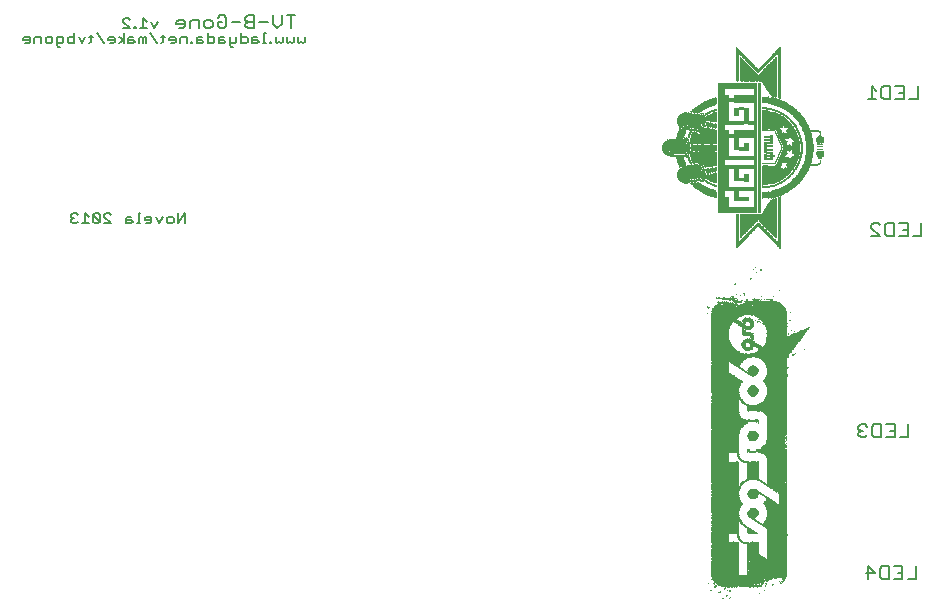
<source format=gbo>
G75*
G70*
%OFA0B0*%
%FSLAX24Y24*%
%IPPOS*%
%LPD*%
%AMOC8*
5,1,8,0,0,1.08239X$1,22.5*
%
%ADD10C,0.0070*%
%ADD11C,0.0060*%
%ADD12R,0.0017X0.0033*%
%ADD13R,0.0017X0.0050*%
%ADD14R,0.0017X0.0050*%
%ADD15R,0.0017X0.0067*%
%ADD16R,0.0017X0.0084*%
%ADD17R,0.0017X0.0117*%
%ADD18R,0.0017X0.0133*%
%ADD19R,0.0017X0.0150*%
%ADD20R,0.0017X0.0150*%
%ADD21R,0.0017X0.0167*%
%ADD22R,0.0017X0.0016*%
%ADD23R,0.0017X0.0217*%
%ADD24R,0.0017X0.0217*%
%ADD25R,0.0017X0.0233*%
%ADD26R,0.0017X0.0250*%
%ADD27R,0.0017X0.0250*%
%ADD28R,0.0017X0.0316*%
%ADD29R,0.0017X0.0317*%
%ADD30R,0.0017X0.0350*%
%ADD31R,0.0017X0.0383*%
%ADD32R,0.0017X0.0400*%
%ADD33R,0.0017X0.0417*%
%ADD34R,0.0017X0.0417*%
%ADD35R,0.0017X0.0433*%
%ADD36R,0.0017X0.0017*%
%ADD37R,0.0017X0.0450*%
%ADD38R,0.0017X0.0017*%
%ADD39R,0.0017X0.0483*%
%ADD40R,0.0017X0.0016*%
%ADD41R,0.0017X0.0500*%
%ADD42R,0.0017X0.0516*%
%ADD43R,0.0017X0.0517*%
%ADD44R,0.0017X0.0533*%
%ADD45R,0.0017X0.0583*%
%ADD46R,0.0017X0.0583*%
%ADD47R,0.0017X0.0600*%
%ADD48R,0.0017X0.0616*%
%ADD49R,0.0017X0.0617*%
%ADD50R,0.0017X0.0034*%
%ADD51R,0.0017X0.0633*%
%ADD52R,0.0017X0.0717*%
%ADD53R,0.0017X0.0716*%
%ADD54R,0.0017X0.0733*%
%ADD55R,0.0017X0.0084*%
%ADD56R,0.0017X0.1683*%
%ADD57R,0.0017X0.0850*%
%ADD58R,0.0017X0.1184*%
%ADD59R,0.0017X0.0083*%
%ADD60R,0.0017X0.0066*%
%ADD61R,0.0017X0.0117*%
%ADD62R,0.0017X0.0100*%
%ADD63R,0.0017X0.0116*%
%ADD64R,0.0017X0.1266*%
%ADD65R,0.0017X0.1417*%
%ADD66R,0.0017X0.1750*%
%ADD67R,0.0017X0.0517*%
%ADD68R,0.0017X0.1483*%
%ADD69R,0.0017X0.0183*%
%ADD70R,0.0017X0.2716*%
%ADD71R,0.0017X0.3816*%
%ADD72R,0.0017X0.0033*%
%ADD73R,0.0017X0.0317*%
%ADD74R,0.0017X0.0167*%
%ADD75R,0.0017X0.3083*%
%ADD76R,0.0017X0.4167*%
%ADD77R,0.0017X0.0034*%
%ADD78R,0.0017X0.0383*%
%ADD79R,0.0017X0.0216*%
%ADD80R,0.0017X0.2750*%
%ADD81R,0.0017X0.4283*%
%ADD82R,0.0017X0.0184*%
%ADD83R,0.0017X0.1116*%
%ADD84R,0.0017X0.1950*%
%ADD85R,0.0017X0.2117*%
%ADD86R,0.0017X0.0184*%
%ADD87R,0.0017X0.0083*%
%ADD88R,0.0017X0.1650*%
%ADD89R,0.0017X0.2650*%
%ADD90R,0.0017X0.1250*%
%ADD91R,0.0017X0.3083*%
%ADD92R,0.0017X0.4633*%
%ADD93R,0.0017X0.4250*%
%ADD94R,0.0017X0.4484*%
%ADD95R,0.0017X0.4584*%
%ADD96R,0.0017X0.9116*%
%ADD97R,0.0017X0.9117*%
%ADD98R,0.0017X0.9117*%
%ADD99R,0.0017X0.9150*%
%ADD100R,0.0017X0.6333*%
%ADD101R,0.0017X0.2767*%
%ADD102R,0.0017X0.6367*%
%ADD103R,0.0017X0.2517*%
%ADD104R,0.0017X0.6617*%
%ADD105R,0.0017X0.2517*%
%ADD106R,0.0017X0.6384*%
%ADD107R,0.0017X0.2466*%
%ADD108R,0.0017X0.2366*%
%ADD109R,0.0017X0.6366*%
%ADD110R,0.0017X0.2467*%
%ADD111R,0.0017X0.6350*%
%ADD112R,0.0017X0.2383*%
%ADD113R,0.0017X0.6383*%
%ADD114R,0.0017X0.2467*%
%ADD115R,0.0017X0.2400*%
%ADD116R,0.0017X0.2417*%
%ADD117R,0.0017X0.6333*%
%ADD118R,0.0017X0.1567*%
%ADD119R,0.0017X0.0817*%
%ADD120R,0.0017X0.2500*%
%ADD121R,0.0017X0.6334*%
%ADD122R,0.0017X0.6317*%
%ADD123R,0.0017X0.2533*%
%ADD124R,0.0017X0.6317*%
%ADD125R,0.0017X0.2550*%
%ADD126R,0.0017X0.6300*%
%ADD127R,0.0017X0.1817*%
%ADD128R,0.0017X0.0783*%
%ADD129R,0.0017X0.6284*%
%ADD130R,0.0017X0.2583*%
%ADD131R,0.0017X0.6284*%
%ADD132R,0.0017X0.2600*%
%ADD133R,0.0017X0.6267*%
%ADD134R,0.0017X0.2583*%
%ADD135R,0.0017X0.6267*%
%ADD136R,0.0017X0.2683*%
%ADD137R,0.0017X0.6250*%
%ADD138R,0.0017X0.2617*%
%ADD139R,0.0017X0.6217*%
%ADD140R,0.0017X0.6200*%
%ADD141R,0.0017X0.2750*%
%ADD142R,0.0017X0.6200*%
%ADD143R,0.0017X0.2717*%
%ADD144R,0.0017X0.6183*%
%ADD145R,0.0017X0.1984*%
%ADD146R,0.0017X0.0716*%
%ADD147R,0.0017X0.1017*%
%ADD148R,0.0017X0.1050*%
%ADD149R,0.0017X0.0784*%
%ADD150R,0.0017X0.0650*%
%ADD151R,0.0017X0.0483*%
%ADD152R,0.0017X0.0950*%
%ADD153R,0.0017X0.0916*%
%ADD154R,0.0017X0.0700*%
%ADD155R,0.0017X0.0584*%
%ADD156R,0.0017X0.0734*%
%ADD157R,0.0017X0.0884*%
%ADD158R,0.0017X0.0816*%
%ADD159R,0.0017X0.0283*%
%ADD160R,0.0017X0.0617*%
%ADD161R,0.0017X0.0684*%
%ADD162R,0.0017X0.0750*%
%ADD163R,0.0017X0.0283*%
%ADD164R,0.0017X0.0683*%
%ADD165R,0.0017X0.0800*%
%ADD166R,0.0017X0.0783*%
%ADD167R,0.0017X0.0350*%
%ADD168R,0.0017X0.0133*%
%ADD169R,0.0017X0.0200*%
%ADD170R,0.0017X0.0734*%
%ADD171R,0.0017X0.0767*%
%ADD172R,0.0017X0.0434*%
%ADD173R,0.0017X0.0300*%
%ADD174R,0.0017X0.0550*%
%ADD175R,0.0017X0.0134*%
%ADD176R,0.0017X0.0766*%
%ADD177R,0.0017X0.0700*%
%ADD178R,0.0017X0.0234*%
%ADD179R,0.0017X0.0066*%
%ADD180R,0.0017X0.0850*%
%ADD181R,0.0017X0.0883*%
%ADD182R,0.0017X0.0684*%
%ADD183R,0.0017X0.0200*%
%ADD184R,0.0017X0.0917*%
%ADD185R,0.0017X0.0650*%
%ADD186R,0.0017X0.0450*%
%ADD187R,0.0017X0.0067*%
%ADD188R,0.0017X0.0917*%
%ADD189R,0.0017X0.0284*%
%ADD190R,0.0017X0.0634*%
%ADD191R,0.0017X0.0267*%
%ADD192R,0.0017X0.0433*%
%ADD193R,0.0017X0.0267*%
%ADD194R,0.0017X0.0950*%
%ADD195R,0.0017X0.1350*%
%ADD196R,0.0017X0.0567*%
%ADD197R,0.0017X0.0166*%
%ADD198R,0.0017X0.0234*%
%ADD199R,0.0017X0.1367*%
%ADD200R,0.0017X0.1384*%
%ADD201R,0.0017X0.0216*%
%ADD202R,0.0017X0.0100*%
%ADD203R,0.0017X0.0634*%
%ADD204R,0.0017X0.1383*%
%ADD205R,0.0017X0.0534*%
%ADD206R,0.0017X0.0266*%
%ADD207R,0.0017X0.1400*%
%ADD208R,0.0017X0.0166*%
%ADD209R,0.0017X0.1384*%
%ADD210R,0.0017X0.0333*%
%ADD211R,0.0017X0.1416*%
%ADD212R,0.0017X0.0316*%
%ADD213R,0.0017X0.0367*%
%ADD214R,0.0017X0.0366*%
%ADD215R,0.0017X0.0500*%
%ADD216R,0.0017X0.0600*%
%ADD217R,0.0017X0.1416*%
%ADD218R,0.0017X0.0384*%
%ADD219R,0.0017X0.0484*%
%ADD220R,0.0017X0.0933*%
%ADD221R,0.0017X0.0333*%
%ADD222R,0.0017X0.0266*%
%ADD223R,0.0017X0.0384*%
%ADD224R,0.0017X0.0367*%
%ADD225R,0.0017X0.0366*%
%ADD226R,0.0017X0.0400*%
%ADD227R,0.0017X0.0900*%
%ADD228R,0.0017X0.0334*%
%ADD229R,0.0017X0.0884*%
%ADD230R,0.0017X0.0334*%
%ADD231R,0.0017X0.0183*%
%ADD232R,0.0017X0.0667*%
%ADD233R,0.0017X0.0833*%
%ADD234R,0.0017X0.0467*%
%ADD235R,0.0017X0.0284*%
%ADD236R,0.0017X0.0300*%
%ADD237R,0.0017X0.0467*%
%ADD238R,0.0017X0.0550*%
%ADD239R,0.0017X0.1484*%
%ADD240R,0.0017X0.0233*%
%ADD241R,0.0017X0.0416*%
%ADD242R,0.0017X0.2683*%
%ADD243R,0.0017X0.1450*%
%ADD244R,0.0017X0.2633*%
%ADD245R,0.0017X0.1467*%
%ADD246R,0.0017X0.2600*%
%ADD247R,0.0017X0.1484*%
%ADD248R,0.0017X0.2434*%
%ADD249R,0.0017X0.2400*%
%ADD250R,0.0017X0.1516*%
%ADD251R,0.0017X0.0566*%
%ADD252R,0.0017X0.1500*%
%ADD253R,0.0017X0.1466*%
%ADD254R,0.0017X0.2550*%
%ADD255R,0.0017X0.2417*%
%ADD256R,0.0017X0.1500*%
%ADD257R,0.0017X0.2567*%
%ADD258R,0.0017X0.1516*%
%ADD259R,0.0017X0.0584*%
%ADD260R,0.0017X0.0683*%
%ADD261R,0.0017X0.2617*%
%ADD262R,0.0017X0.2650*%
%ADD263R,0.0017X0.2667*%
%ADD264R,0.0017X0.1450*%
%ADD265R,0.0017X0.0816*%
%ADD266R,0.0017X0.2667*%
%ADD267R,0.0017X0.0784*%
%ADD268R,0.0017X0.2717*%
%ADD269R,0.0017X0.2450*%
%ADD270R,0.0017X0.1550*%
%ADD271R,0.0017X0.9300*%
%ADD272R,0.0017X0.9317*%
%ADD273R,0.0017X0.9283*%
%ADD274R,0.0017X0.9533*%
%ADD275R,0.0017X0.9483*%
%ADD276R,0.0017X0.9550*%
%ADD277R,0.0017X0.8983*%
%ADD278R,0.0017X0.9517*%
%ADD279R,0.0017X0.9267*%
%ADD280R,0.0017X0.9350*%
%ADD281R,0.0017X0.9367*%
%ADD282R,0.0017X0.9384*%
%ADD283R,0.0017X0.9384*%
%ADD284R,0.0017X0.0516*%
%ADD285R,0.0017X0.8817*%
%ADD286R,0.0017X0.8817*%
%ADD287R,0.0017X0.9450*%
%ADD288R,0.0017X0.8584*%
%ADD289R,0.0017X0.8667*%
%ADD290R,0.0017X0.8584*%
%ADD291R,0.0017X0.0616*%
%ADD292R,0.0017X0.8650*%
%ADD293R,0.0017X0.8950*%
%ADD294R,0.0017X0.9283*%
%ADD295R,0.0017X0.9217*%
%ADD296R,0.0017X0.9183*%
%ADD297R,0.0017X0.3184*%
%ADD298R,0.0017X0.5950*%
%ADD299R,0.0017X0.2584*%
%ADD300R,0.0017X0.6184*%
%ADD301R,0.0017X0.2484*%
%ADD302R,0.0017X0.5183*%
%ADD303R,0.0017X0.1716*%
%ADD304R,0.0017X0.1383*%
%ADD305R,0.0017X0.5750*%
%ADD306R,0.0017X0.1083*%
%ADD307R,0.0017X0.2984*%
%ADD308R,0.0017X0.0717*%
%ADD309R,0.0017X0.1150*%
%ADD310R,0.0017X0.0966*%
%ADD311R,0.0017X0.0984*%
%ADD312R,0.0014X0.0086*%
%ADD313R,0.0014X0.0071*%
%ADD314R,0.0014X0.0114*%
%ADD315R,0.0014X0.0129*%
%ADD316R,0.0014X0.0186*%
%ADD317R,0.0014X0.0214*%
%ADD318R,0.0014X0.0029*%
%ADD319R,0.0014X0.0028*%
%ADD320R,0.0014X0.0200*%
%ADD321R,0.0014X0.0228*%
%ADD322R,0.0014X0.0215*%
%ADD323R,0.0014X0.0243*%
%ADD324R,0.0014X0.0229*%
%ADD325R,0.0014X0.0257*%
%ADD326R,0.0014X0.0029*%
%ADD327R,0.0014X0.0028*%
%ADD328R,0.0014X0.0243*%
%ADD329R,0.0014X0.0271*%
%ADD330R,0.0014X0.0029*%
%ADD331R,0.0014X0.0028*%
%ADD332R,0.0014X0.0257*%
%ADD333R,0.0014X0.0085*%
%ADD334R,0.0014X0.0271*%
%ADD335R,0.0014X0.0257*%
%ADD336R,0.0014X0.0114*%
%ADD337R,0.0014X0.0271*%
%ADD338R,0.0014X0.0257*%
%ADD339R,0.0014X0.0143*%
%ADD340R,0.0014X0.0057*%
%ADD341R,0.0014X0.0057*%
%ADD342R,0.0014X0.0257*%
%ADD343R,0.0014X0.0042*%
%ADD344R,0.0014X0.0228*%
%ADD345R,0.0014X0.0229*%
%ADD346R,0.0014X0.0043*%
%ADD347R,0.0014X0.0214*%
%ADD348R,0.0014X0.0215*%
%ADD349R,0.0014X0.0043*%
%ADD350R,0.0014X0.0200*%
%ADD351R,0.0014X0.0043*%
%ADD352R,0.0014X0.0157*%
%ADD353R,0.0014X0.0114*%
%ADD354R,0.0014X0.0100*%
%ADD355R,0.0014X0.0014*%
%ADD356R,0.0014X0.0015*%
%ADD357R,0.0014X0.0286*%
%ADD358R,0.0014X0.0514*%
%ADD359R,0.0014X0.0686*%
%ADD360R,0.0014X0.0800*%
%ADD361R,0.0014X0.0914*%
%ADD362R,0.0014X0.1028*%
%ADD363R,0.0014X0.1114*%
%ADD364R,0.0014X0.1172*%
%ADD365R,0.0014X0.1258*%
%ADD366R,0.0014X0.1342*%
%ADD367R,0.0014X0.1400*%
%ADD368R,0.0014X0.1458*%
%ADD369R,0.0014X0.1514*%
%ADD370R,0.0014X0.1572*%
%ADD371R,0.0014X0.1628*%
%ADD372R,0.0014X0.1686*%
%ADD373R,0.0014X0.0714*%
%ADD374R,0.0014X0.0643*%
%ADD375R,0.0014X0.0600*%
%ADD376R,0.0014X0.0558*%
%ADD377R,0.0014X0.0528*%
%ADD378R,0.0014X0.0500*%
%ADD379R,0.0014X0.0486*%
%ADD380R,0.0014X0.0471*%
%ADD381R,0.0014X0.0443*%
%ADD382R,0.0014X0.0443*%
%ADD383R,0.0014X0.0428*%
%ADD384R,0.0014X0.0400*%
%ADD385R,0.0014X0.0415*%
%ADD386R,0.0014X0.0572*%
%ADD387R,0.0014X0.0686*%
%ADD388R,0.0014X0.0385*%
%ADD389R,0.0014X0.0271*%
%ADD390R,0.0014X0.0386*%
%ADD391R,0.0014X0.0214*%
%ADD392R,0.0014X0.0386*%
%ADD393R,0.0014X0.0171*%
%ADD394R,0.0014X0.0371*%
%ADD395R,0.0014X0.0157*%
%ADD396R,0.0014X0.0286*%
%ADD397R,0.0014X0.0372*%
%ADD398R,0.0014X0.0458*%
%ADD399R,0.0014X0.0357*%
%ADD400R,0.0014X0.0128*%
%ADD401R,0.0014X0.0600*%
%ADD402R,0.0014X0.0129*%
%ADD403R,0.0014X0.0714*%
%ADD404R,0.0014X0.0343*%
%ADD405R,0.0014X0.0115*%
%ADD406R,0.0014X0.0800*%
%ADD407R,0.0014X0.0343*%
%ADD408R,0.0014X0.0858*%
%ADD409R,0.0014X0.0343*%
%ADD410R,0.0014X0.0115*%
%ADD411R,0.0014X0.0942*%
%ADD412R,0.0014X0.0328*%
%ADD413R,0.0014X0.1000*%
%ADD414R,0.0014X0.0314*%
%ADD415R,0.0014X0.1086*%
%ADD416R,0.0014X0.0315*%
%ADD417R,0.0014X0.1142*%
%ADD418R,0.0014X0.0314*%
%ADD419R,0.0014X0.1200*%
%ADD420R,0.0014X0.0086*%
%ADD421R,0.0014X0.0857*%
%ADD422R,0.0014X0.0315*%
%ADD423R,0.0014X0.0100*%
%ADD424R,0.0014X0.0400*%
%ADD425R,0.0014X0.0457*%
%ADD426R,0.0014X0.0314*%
%ADD427R,0.0014X0.0428*%
%ADD428R,0.0014X0.0429*%
%ADD429R,0.0014X0.0400*%
%ADD430R,0.0014X0.0300*%
%ADD431R,0.0014X0.0086*%
%ADD432R,0.0014X0.0414*%
%ADD433R,0.0014X0.0415*%
%ADD434R,0.0014X0.0300*%
%ADD435R,0.0014X0.0085*%
%ADD436R,0.0014X0.0457*%
%ADD437R,0.0014X0.0386*%
%ADD438R,0.0014X0.0443*%
%ADD439R,0.0014X0.0472*%
%ADD440R,0.0014X0.0371*%
%ADD441R,0.0014X0.0485*%
%ADD442R,0.0014X0.0486*%
%ADD443R,0.0014X0.0157*%
%ADD444R,0.0014X0.0472*%
%ADD445R,0.0014X0.0285*%
%ADD446R,0.0014X0.0072*%
%ADD447R,0.0014X0.0457*%
%ADD448R,0.0014X0.0186*%
%ADD449R,0.0014X0.0071*%
%ADD450R,0.0014X0.0428*%
%ADD451R,0.0014X0.0071*%
%ADD452R,0.0014X0.0072*%
%ADD453R,0.0014X0.0272*%
%ADD454R,0.0014X0.0557*%
%ADD455R,0.0014X0.0542*%
%ADD456R,0.0014X0.0071*%
%ADD457R,0.0014X0.0285*%
%ADD458R,0.0014X0.0072*%
%ADD459R,0.0014X0.0614*%
%ADD460R,0.0014X0.0214*%
%ADD461R,0.0014X0.0271*%
%ADD462R,0.0014X0.0257*%
%ADD463R,0.0014X0.0357*%
%ADD464R,0.0014X0.0272*%
%ADD465R,0.0014X0.0329*%
%ADD466R,0.0014X0.0328*%
%ADD467R,0.0014X0.0329*%
%ADD468R,0.0014X0.0514*%
%ADD469R,0.0014X0.0071*%
%ADD470R,0.0014X0.0557*%
%ADD471R,0.0014X0.0258*%
%ADD472R,0.0014X0.0314*%
%ADD473R,0.0014X0.1028*%
%ADD474R,0.0014X0.0258*%
%ADD475R,0.0014X0.0057*%
%ADD476R,0.0014X0.1028*%
%ADD477R,0.0014X0.0058*%
%ADD478R,0.0014X0.0471*%
%ADD479R,0.0014X0.0429*%
%ADD480R,0.0014X0.0014*%
%ADD481R,0.0014X0.0372*%
%ADD482R,0.0014X0.0242*%
%ADD483R,0.0014X0.0057*%
%ADD484R,0.0014X0.0414*%
%ADD485R,0.0014X0.0057*%
%ADD486R,0.0014X0.0042*%
%ADD487R,0.0014X0.1714*%
%ADD488R,0.0014X0.0371*%
%ADD489R,0.0014X0.1728*%
%ADD490R,0.0014X0.1714*%
%ADD491R,0.0014X0.1700*%
%ADD492R,0.0014X0.0771*%
%ADD493R,0.0014X0.1686*%
%ADD494R,0.0014X0.0243*%
%ADD495R,0.0014X0.0058*%
%ADD496R,0.0014X0.0743*%
%ADD497R,0.0014X0.0042*%
%ADD498R,0.0014X0.1657*%
%ADD499R,0.0014X0.0058*%
%ADD500R,0.0014X0.0729*%
%ADD501R,0.0014X0.1643*%
%ADD502R,0.0014X0.0672*%
%ADD503R,0.0014X0.0157*%
%ADD504R,0.0014X0.0643*%
%ADD505R,0.0014X0.0614*%
%ADD506R,0.0014X0.1328*%
%ADD507R,0.0014X0.0586*%
%ADD508R,0.0014X0.0158*%
%ADD509R,0.0014X0.1328*%
%ADD510R,0.0014X0.0557*%
%ADD511R,0.0014X0.1314*%
%ADD512R,0.0014X0.0571*%
%ADD513R,0.0014X0.1300*%
%ADD514R,0.0014X0.0571*%
%ADD515R,0.0014X0.1285*%
%ADD516R,0.0014X0.0586*%
%ADD517R,0.0014X0.1257*%
%ADD518R,0.0014X0.1243*%
%ADD519R,0.0014X0.1229*%
%ADD520R,0.0014X0.0242*%
%ADD521R,0.0014X0.1214*%
%ADD522R,0.0014X0.0057*%
%ADD523R,0.0014X0.0600*%
%ADD524R,0.0014X0.0014*%
%ADD525R,0.0014X0.0300*%
%ADD526R,0.0014X0.0185*%
%ADD527R,0.0014X0.0143*%
%ADD528R,0.0014X0.1200*%
%ADD529R,0.0014X0.0185*%
%ADD530R,0.0014X0.0185*%
%ADD531R,0.0014X0.0142*%
%ADD532R,0.0014X0.1157*%
%ADD533R,0.0014X0.1128*%
%ADD534R,0.0014X0.1100*%
%ADD535R,0.0014X0.1058*%
%ADD536R,0.0014X0.0143*%
%ADD537R,0.0014X0.0229*%
%ADD538R,0.0014X0.0629*%
%ADD539R,0.0014X0.0085*%
%ADD540R,0.0014X0.0986*%
%ADD541R,0.0014X0.0629*%
%ADD542R,0.0014X0.0943*%
%ADD543R,0.0014X0.0629*%
%ADD544R,0.0014X0.0914*%
%ADD545R,0.0014X0.0871*%
%ADD546R,0.0014X0.0843*%
%ADD547R,0.0014X0.0800*%
%ADD548R,0.0014X0.0643*%
%ADD549R,0.0014X0.0771*%
%ADD550R,0.0014X0.0100*%
%ADD551R,0.0014X0.0700*%
%ADD552R,0.0014X0.0657*%
%ADD553R,0.0014X0.0628*%
%ADD554R,0.0014X0.0558*%
%ADD555R,0.0014X0.0514*%
%ADD556R,0.0014X0.0414*%
%ADD557R,0.0014X0.0657*%
%ADD558R,0.0014X0.0286*%
%ADD559R,0.0014X0.4342*%
%ADD560R,0.0014X0.4342*%
%ADD561R,0.0014X0.0157*%
%ADD562R,0.0014X0.0315*%
%ADD563R,0.0014X0.4342*%
%ADD564R,0.0014X0.0357*%
%ADD565R,0.0014X0.0214*%
%ADD566R,0.0014X0.0158*%
%ADD567R,0.0014X0.0271*%
%ADD568R,0.0014X0.0415*%
%ADD569R,0.0014X0.0214*%
%ADD570R,0.0014X0.0129*%
%ADD571R,0.0014X0.0429*%
%ADD572R,0.0014X0.0457*%
%ADD573R,0.0014X0.0500*%
%ADD574R,0.0014X0.0515*%
%ADD575R,0.0014X0.0529*%
%ADD576R,0.0014X0.0142*%
%ADD577R,0.0014X0.0543*%
%ADD578R,0.0014X0.0615*%
%ADD579R,0.0014X0.0558*%
%ADD580R,0.0014X0.0142*%
%ADD581R,0.0014X0.0700*%
%ADD582R,0.0014X0.0115*%
%ADD583R,0.0014X0.0715*%
%ADD584R,0.0014X0.0743*%
%ADD585R,0.0014X0.0772*%
%ADD586R,0.0014X0.0786*%
%ADD587R,0.0014X0.0815*%
%ADD588R,0.0014X0.1072*%
%ADD589R,0.0014X0.1115*%
%ADD590R,0.0014X0.0457*%
%ADD591R,0.0014X0.1129*%
%ADD592R,0.0014X0.0686*%
%ADD593R,0.0014X0.0457*%
%ADD594R,0.0014X0.1143*%
%ADD595R,0.0014X0.1143*%
%ADD596R,0.0014X0.1000*%
%ADD597R,0.0014X0.0872*%
%ADD598R,0.0014X0.0872*%
%ADD599R,0.0014X0.0542*%
%ADD600R,0.0014X0.1000*%
%ADD601R,0.0014X0.0872*%
%ADD602R,0.0014X0.0542*%
%ADD603R,0.0014X0.0357*%
%ADD604R,0.0014X0.0172*%
%ADD605R,0.0014X0.0486*%
%ADD606R,0.0014X0.0172*%
%ADD607R,0.0014X0.0171*%
%ADD608R,0.0014X0.0171*%
%ADD609R,0.0014X0.0172*%
%ADD610R,0.0014X0.0314*%
%ADD611R,0.0014X0.0500*%
%ADD612R,0.0014X0.0515*%
%ADD613R,0.0014X0.0158*%
%ADD614R,0.0014X0.0515*%
%ADD615R,0.0014X0.0258*%
%ADD616R,0.0014X0.0228*%
%ADD617R,0.0014X0.0529*%
%ADD618R,0.0014X0.0228*%
%ADD619R,0.0014X0.0529*%
%ADD620R,0.0014X0.0171*%
%ADD621R,0.0014X0.0171*%
%ADD622R,0.0014X0.0543*%
%ADD623R,0.0014X0.0071*%
%ADD624R,0.0014X0.0543*%
%ADD625R,0.0014X0.0328*%
%ADD626R,0.0014X0.0272*%
%ADD627R,0.0014X0.0471*%
%ADD628R,0.0014X0.0472*%
%ADD629R,0.0014X0.0186*%
%ADD630R,0.0014X0.0128*%
%ADD631R,0.0014X0.0014*%
%ADD632R,0.0014X0.0357*%
%ADD633R,0.0014X0.0357*%
%ADD634R,0.0014X0.0015*%
%ADD635R,0.0014X0.0028*%
%ADD636R,0.0014X0.0028*%
%ADD637R,0.0014X0.0528*%
%ADD638R,0.0014X0.0371*%
%ADD639R,0.0014X0.0371*%
%ADD640R,0.0014X0.0372*%
%ADD641R,0.0014X0.0586*%
%ADD642R,0.0014X0.0329*%
%ADD643R,0.0014X0.0200*%
%ADD644R,0.0014X0.0114*%
%ADD645R,0.0014X0.0572*%
%ADD646R,0.0014X0.0014*%
%ADD647R,0.0014X0.0572*%
%ADD648R,0.0014X0.0015*%
%ADD649R,0.0014X0.0342*%
%ADD650R,0.0014X0.0385*%
%ADD651R,0.0014X0.0342*%
%ADD652R,0.0014X0.0314*%
%ADD653R,0.0014X0.0514*%
%ADD654R,0.0014X0.0371*%
%ADD655R,0.0014X0.0342*%
%ADD656R,0.0014X0.0471*%
%ADD657R,0.0014X0.0471*%
%ADD658R,0.0014X0.0414*%
D10*
X009238Y022012D02*
X009381Y022012D01*
X009453Y022084D01*
X009453Y022227D01*
X009381Y022299D01*
X009238Y022299D01*
X009166Y022227D01*
X009166Y022155D01*
X009453Y022155D01*
X009627Y022227D02*
X009627Y022012D01*
X009627Y022227D02*
X009698Y022299D01*
X009914Y022299D01*
X009914Y022012D01*
X010087Y022084D02*
X010087Y022227D01*
X010159Y022299D01*
X010302Y022299D01*
X010374Y022227D01*
X010374Y022084D01*
X010302Y022012D01*
X010159Y022012D01*
X010087Y022084D01*
X010547Y022084D02*
X010619Y022012D01*
X010763Y022012D01*
X010834Y022084D01*
X010834Y022370D01*
X010763Y022442D01*
X010619Y022442D01*
X010547Y022370D01*
X010547Y022227D02*
X010691Y022227D01*
X010547Y022227D02*
X010547Y022084D01*
X011008Y022227D02*
X011295Y022227D01*
X011468Y022299D02*
X011540Y022227D01*
X011755Y022227D01*
X011929Y022227D02*
X012216Y022227D01*
X012389Y022155D02*
X012389Y022442D01*
X012389Y022155D02*
X012533Y022012D01*
X012676Y022155D01*
X012676Y022442D01*
X012849Y022442D02*
X013136Y022442D01*
X012993Y022442D02*
X012993Y022012D01*
X011755Y022012D02*
X011540Y022012D01*
X011468Y022084D01*
X011468Y022155D01*
X011540Y022227D01*
X011468Y022299D02*
X011468Y022370D01*
X011540Y022442D01*
X011755Y022442D01*
X011755Y022012D01*
X031902Y008734D02*
X031902Y008663D01*
X031974Y008591D01*
X031902Y008519D01*
X031902Y008447D01*
X031974Y008376D01*
X032118Y008376D01*
X032189Y008447D01*
X032363Y008447D02*
X032363Y008734D01*
X032434Y008806D01*
X032650Y008806D01*
X032650Y008376D01*
X032434Y008376D01*
X032363Y008447D01*
X032189Y008734D02*
X032118Y008806D01*
X031974Y008806D01*
X031902Y008734D01*
X031974Y008591D02*
X032046Y008591D01*
X032823Y008806D02*
X033110Y008806D01*
X033110Y008376D01*
X032823Y008376D01*
X032967Y008591D02*
X033110Y008591D01*
X033284Y008376D02*
X033570Y008376D01*
X033570Y008806D01*
X033370Y004075D02*
X033083Y004075D01*
X032910Y004075D02*
X032695Y004075D01*
X032623Y004003D01*
X032623Y003716D01*
X032695Y003644D01*
X032910Y003644D01*
X032910Y004075D01*
X033227Y003859D02*
X033370Y003859D01*
X033370Y003644D02*
X033083Y003644D01*
X033370Y003644D02*
X033370Y004075D01*
X033831Y004075D02*
X033831Y003644D01*
X033544Y003644D01*
X032449Y003859D02*
X032162Y003859D01*
X032234Y003644D02*
X032234Y004075D01*
X032449Y003859D01*
X032333Y015081D02*
X032620Y015081D01*
X032333Y015368D01*
X032333Y015440D01*
X032405Y015512D01*
X032548Y015512D01*
X032620Y015440D01*
X032793Y015440D02*
X032865Y015512D01*
X033080Y015512D01*
X033080Y015081D01*
X032865Y015081D01*
X032793Y015153D01*
X032793Y015440D01*
X033254Y015512D02*
X033541Y015512D01*
X033541Y015081D01*
X033254Y015081D01*
X033397Y015297D02*
X033541Y015297D01*
X033714Y015081D02*
X034001Y015081D01*
X034001Y015512D01*
X033874Y019646D02*
X033587Y019646D01*
X033414Y019646D02*
X033127Y019646D01*
X032953Y019646D02*
X032738Y019646D01*
X032666Y019718D01*
X032666Y020005D01*
X032738Y020076D01*
X032953Y020076D01*
X032953Y019646D01*
X033270Y019861D02*
X033414Y019861D01*
X033414Y020076D02*
X033414Y019646D01*
X033874Y019646D02*
X033874Y020076D01*
X033414Y020076D02*
X033127Y020076D01*
X032493Y019933D02*
X032350Y020076D01*
X032350Y019646D01*
X032493Y019646D02*
X032206Y019646D01*
D11*
X005824Y015507D02*
X005711Y015507D01*
X005654Y015564D01*
X005654Y015620D01*
X005711Y015677D01*
X005768Y015677D01*
X005711Y015677D02*
X005654Y015734D01*
X005654Y015790D01*
X005711Y015847D01*
X005824Y015847D01*
X005881Y015790D01*
X005881Y015564D02*
X005824Y015507D01*
X006022Y015507D02*
X006249Y015507D01*
X006136Y015507D02*
X006136Y015847D01*
X006249Y015734D01*
X006391Y015790D02*
X006391Y015564D01*
X006447Y015507D01*
X006561Y015507D01*
X006618Y015564D01*
X006391Y015790D01*
X006447Y015847D01*
X006561Y015847D01*
X006618Y015790D01*
X006618Y015564D01*
X006759Y015507D02*
X006986Y015507D01*
X006759Y015734D01*
X006759Y015790D01*
X006816Y015847D01*
X006929Y015847D01*
X006986Y015790D01*
X007496Y015677D02*
X007496Y015507D01*
X007666Y015507D01*
X007723Y015564D01*
X007666Y015620D01*
X007496Y015620D01*
X007496Y015677D02*
X007552Y015734D01*
X007666Y015734D01*
X007911Y015847D02*
X007911Y015507D01*
X007855Y015507D02*
X007968Y015507D01*
X008110Y015620D02*
X008336Y015620D01*
X008336Y015564D02*
X008336Y015677D01*
X008280Y015734D01*
X008166Y015734D01*
X008110Y015677D01*
X008110Y015620D01*
X008166Y015507D02*
X008280Y015507D01*
X008336Y015564D01*
X008478Y015734D02*
X008591Y015507D01*
X008705Y015734D01*
X008846Y015677D02*
X008903Y015734D01*
X009016Y015734D01*
X009073Y015677D01*
X009073Y015564D01*
X009016Y015507D01*
X008903Y015507D01*
X008846Y015564D01*
X008846Y015677D01*
X009214Y015507D02*
X009214Y015847D01*
X009441Y015847D02*
X009214Y015507D01*
X009441Y015507D02*
X009441Y015847D01*
X007968Y015847D02*
X007911Y015847D01*
X007935Y021507D02*
X007935Y021677D01*
X007992Y021734D01*
X008049Y021677D01*
X008049Y021507D01*
X008162Y021507D02*
X008162Y021734D01*
X008105Y021734D01*
X008049Y021677D01*
X007794Y021564D02*
X007737Y021507D01*
X007567Y021507D01*
X007567Y021677D01*
X007624Y021734D01*
X007737Y021734D01*
X007737Y021620D02*
X007567Y021620D01*
X007426Y021620D02*
X007255Y021507D01*
X007119Y021564D02*
X007119Y021677D01*
X007062Y021734D01*
X006948Y021734D01*
X006892Y021677D01*
X006892Y021620D01*
X007119Y021620D01*
X007119Y021564D02*
X007062Y021507D01*
X006948Y021507D01*
X006750Y021507D02*
X006523Y021847D01*
X006382Y021734D02*
X006269Y021734D01*
X006325Y021790D02*
X006325Y021564D01*
X006269Y021507D01*
X006023Y021507D02*
X005910Y021734D01*
X005768Y021734D02*
X005598Y021734D01*
X005541Y021677D01*
X005541Y021564D01*
X005598Y021507D01*
X005768Y021507D01*
X005768Y021847D01*
X006136Y021734D02*
X006023Y021507D01*
X005400Y021564D02*
X005343Y021507D01*
X005173Y021507D01*
X005173Y021450D02*
X005173Y021734D01*
X005343Y021734D01*
X005400Y021677D01*
X005400Y021564D01*
X005286Y021393D02*
X005230Y021393D01*
X005173Y021450D01*
X005032Y021564D02*
X004975Y021507D01*
X004861Y021507D01*
X004805Y021564D01*
X004805Y021677D01*
X004861Y021734D01*
X004975Y021734D01*
X005032Y021677D01*
X005032Y021564D01*
X004663Y021507D02*
X004663Y021734D01*
X004493Y021734D01*
X004436Y021677D01*
X004436Y021507D01*
X004295Y021564D02*
X004295Y021677D01*
X004238Y021734D01*
X004125Y021734D01*
X004068Y021677D01*
X004068Y021620D01*
X004295Y021620D01*
X004295Y021564D02*
X004238Y021507D01*
X004125Y021507D01*
X007255Y021734D02*
X007426Y021620D01*
X007426Y021507D02*
X007426Y021847D01*
X007394Y022007D02*
X007621Y022007D01*
X007394Y022234D01*
X007394Y022290D01*
X007450Y022347D01*
X007564Y022347D01*
X007621Y022290D01*
X007748Y022064D02*
X007748Y022007D01*
X007805Y022007D01*
X007805Y022064D01*
X007748Y022064D01*
X007946Y022007D02*
X008173Y022007D01*
X008060Y022007D02*
X008060Y022347D01*
X008173Y022234D01*
X008314Y022234D02*
X008428Y022007D01*
X008541Y022234D01*
X008304Y021847D02*
X008530Y021507D01*
X008663Y021507D02*
X008719Y021564D01*
X008719Y021790D01*
X008776Y021734D02*
X008663Y021734D01*
X008917Y021677D02*
X008917Y021620D01*
X009144Y021620D01*
X009144Y021564D02*
X009144Y021677D01*
X009088Y021734D01*
X008974Y021734D01*
X008917Y021677D01*
X008974Y021507D02*
X009088Y021507D01*
X009144Y021564D01*
X009286Y021507D02*
X009286Y021677D01*
X009343Y021734D01*
X009513Y021734D01*
X009513Y021507D01*
X009640Y021507D02*
X009640Y021564D01*
X009697Y021564D01*
X009697Y021507D01*
X009640Y021507D01*
X009838Y021507D02*
X010008Y021507D01*
X010065Y021564D01*
X010008Y021620D01*
X009838Y021620D01*
X009838Y021677D02*
X009838Y021507D01*
X009838Y021677D02*
X009895Y021734D01*
X010008Y021734D01*
X010207Y021734D02*
X010377Y021734D01*
X010433Y021677D01*
X010433Y021564D01*
X010377Y021507D01*
X010207Y021507D01*
X010207Y021847D01*
X010575Y021677D02*
X010575Y021507D01*
X010745Y021507D01*
X010802Y021564D01*
X010745Y021620D01*
X010575Y021620D01*
X010575Y021677D02*
X010632Y021734D01*
X010745Y021734D01*
X010943Y021734D02*
X010943Y021450D01*
X011000Y021393D01*
X011057Y021393D01*
X011113Y021507D02*
X010943Y021507D01*
X011113Y021507D02*
X011170Y021564D01*
X011170Y021734D01*
X011312Y021734D02*
X011482Y021734D01*
X011538Y021677D01*
X011538Y021564D01*
X011482Y021507D01*
X011312Y021507D01*
X011312Y021847D01*
X011680Y021677D02*
X011680Y021507D01*
X011850Y021507D01*
X011907Y021564D01*
X011850Y021620D01*
X011680Y021620D01*
X011680Y021677D02*
X011737Y021734D01*
X011850Y021734D01*
X012096Y021847D02*
X012096Y021507D01*
X012152Y021507D02*
X012039Y021507D01*
X012280Y021507D02*
X012280Y021564D01*
X012336Y021564D01*
X012336Y021507D01*
X012280Y021507D01*
X012478Y021564D02*
X012478Y021734D01*
X012478Y021564D02*
X012535Y021507D01*
X012591Y021564D01*
X012648Y021507D01*
X012705Y021564D01*
X012705Y021734D01*
X012846Y021734D02*
X012846Y021564D01*
X012903Y021507D01*
X012960Y021564D01*
X013016Y021507D01*
X013073Y021564D01*
X013073Y021734D01*
X013214Y021734D02*
X013214Y021564D01*
X013271Y021507D01*
X013328Y021564D01*
X013385Y021507D01*
X013441Y021564D01*
X013441Y021734D01*
X012152Y021847D02*
X012096Y021847D01*
X007794Y021564D02*
X007737Y021620D01*
D12*
X026967Y012693D03*
X027517Y012893D03*
X027583Y012976D03*
X028567Y012193D03*
X029633Y012243D03*
X030283Y012026D03*
X029567Y010443D03*
X027033Y009643D03*
X029533Y008443D03*
X029533Y008143D03*
X029533Y008026D03*
X029517Y007393D03*
X029517Y006943D03*
X029533Y006626D03*
X027033Y004376D03*
X028483Y003393D03*
X028817Y003426D03*
X028833Y003476D03*
X028833Y003576D03*
X028783Y003576D03*
X028833Y003626D03*
X029033Y003676D03*
X027283Y003193D03*
D13*
X027333Y003234D03*
X027467Y003334D03*
X027633Y003251D03*
X027533Y003084D03*
X027117Y003501D03*
X028567Y003417D03*
X028683Y003434D03*
X028833Y003417D03*
X028867Y003484D03*
X028983Y003667D03*
X029017Y003667D03*
X029417Y003634D03*
X028217Y004851D03*
X028183Y004851D03*
X028167Y004851D03*
X028117Y004867D03*
X028083Y004867D03*
X028483Y005201D03*
X028533Y005184D03*
X028683Y005484D03*
X028717Y005467D03*
X028633Y005517D03*
X028617Y005534D03*
X028533Y005584D03*
X028217Y005367D03*
X028083Y005467D03*
X028783Y006167D03*
X028817Y006401D03*
X028783Y006434D03*
X028717Y006467D03*
X028683Y006501D03*
X028617Y006534D03*
X028817Y006834D03*
X028183Y006934D03*
X028083Y006867D03*
X028217Y007534D03*
X028167Y007551D03*
X028133Y007551D03*
X028117Y007567D03*
X029517Y007467D03*
X029533Y007384D03*
X029533Y007317D03*
X029533Y007651D03*
X029517Y007934D03*
X029533Y007951D03*
X029433Y008117D03*
X029533Y008317D03*
X029517Y008634D03*
X029517Y008701D03*
X029517Y008767D03*
X028183Y009467D03*
X028767Y010251D03*
X028217Y010534D03*
X028117Y010601D03*
X028017Y010667D03*
X027033Y010951D03*
X027217Y012167D03*
X027083Y012401D03*
X027083Y012634D03*
X026933Y012684D03*
X026917Y012701D03*
X027383Y013001D03*
X027417Y013001D03*
X027467Y013001D03*
X027483Y013001D03*
X027517Y013001D03*
X027567Y012984D03*
X027717Y013067D03*
X027583Y012801D03*
X027583Y012734D03*
X027833Y012784D03*
X027867Y012784D03*
X027983Y012901D03*
X028017Y012901D03*
X028033Y012917D03*
X028117Y013167D03*
X027833Y013484D03*
X028683Y013967D03*
X029017Y012967D03*
X028367Y012717D03*
X030267Y012017D03*
X029767Y011117D03*
X027083Y009701D03*
X029517Y007001D03*
X029483Y006834D03*
X027033Y006551D03*
X027033Y005684D03*
X027033Y005351D03*
X027033Y005184D03*
X027033Y005117D03*
X027033Y004551D03*
D14*
X027050Y005601D03*
X028050Y006167D03*
X028600Y006551D03*
X028700Y006484D03*
X028800Y006417D03*
X028850Y006801D03*
X028750Y006867D03*
X028650Y006934D03*
X028150Y007551D03*
X029450Y008101D03*
X029500Y008084D03*
X027050Y009567D03*
X027050Y009634D03*
X028050Y010234D03*
X028150Y010567D03*
X029550Y010434D03*
X029600Y011084D03*
X030250Y012001D03*
X027900Y012784D03*
X027750Y013067D03*
X027650Y013001D03*
X027500Y013001D03*
X027400Y013001D03*
X027350Y012867D03*
X027250Y012167D03*
X028550Y005567D03*
X028650Y005501D03*
X028500Y005184D03*
X028200Y004851D03*
X028400Y003917D03*
X028800Y003584D03*
X028700Y003451D03*
X028650Y003434D03*
X028550Y003401D03*
X028500Y003451D03*
X029150Y003767D03*
X029450Y003634D03*
X029400Y003551D03*
X029500Y003717D03*
X027650Y003267D03*
X027150Y003401D03*
D15*
X027133Y003393D03*
X027183Y003426D03*
X028467Y003426D03*
X029217Y003726D03*
X028183Y005393D03*
X028117Y005443D03*
X028517Y005593D03*
X028767Y006443D03*
X028717Y006893D03*
X028633Y006943D03*
X028167Y006926D03*
X028117Y006893D03*
X028183Y007543D03*
X028083Y007576D03*
X028067Y007576D03*
X028383Y007893D03*
X028417Y007893D03*
X029417Y008076D03*
X028167Y009476D03*
X028133Y010593D03*
X028083Y010626D03*
X027983Y010693D03*
X029567Y010693D03*
X030233Y011993D03*
X028067Y012243D03*
X027617Y012993D03*
X027533Y012993D03*
X029533Y006543D03*
D16*
X028883Y006784D03*
X028733Y006884D03*
X028667Y006934D03*
X028633Y006534D03*
X029533Y007734D03*
X028467Y008934D03*
X028433Y008934D03*
X028367Y008934D03*
X027083Y009784D03*
X028033Y010234D03*
X028233Y010534D03*
X028067Y010634D03*
X030217Y011984D03*
X027717Y012984D03*
X027683Y012984D03*
X028133Y005434D03*
X028067Y004884D03*
X029483Y003684D03*
X028667Y003434D03*
X028633Y003434D03*
D17*
X028400Y005218D03*
X028000Y005551D03*
X027950Y007701D03*
X028600Y007918D03*
X028250Y008401D03*
X028800Y010251D03*
X028400Y011118D03*
X028350Y011101D03*
X028250Y011601D03*
X028300Y011818D03*
X028200Y011818D03*
X028100Y012251D03*
X028250Y012301D03*
X027850Y012901D03*
X027100Y012451D03*
X030200Y011951D03*
D18*
X030183Y011943D03*
X028283Y012026D03*
X028267Y012026D03*
X028217Y012026D03*
X028283Y012293D03*
X028283Y011593D03*
X028217Y011326D03*
X028233Y011093D03*
X028267Y011093D03*
X028417Y011126D03*
X028433Y011126D03*
X028183Y008893D03*
X028617Y007926D03*
X028633Y007926D03*
D19*
X028667Y007934D03*
X029433Y008334D03*
X029517Y007284D03*
X027967Y006701D03*
X027033Y006767D03*
X028783Y005451D03*
X028367Y005234D03*
X028317Y005251D03*
X029467Y003667D03*
X027967Y009701D03*
X028817Y010251D03*
X028467Y011134D03*
X028367Y011367D03*
X028317Y011351D03*
X028183Y011334D03*
X028183Y011584D03*
X028267Y011601D03*
X028317Y011584D03*
X028333Y011567D03*
X028383Y011534D03*
X028417Y011517D03*
X028433Y011501D03*
X028483Y011467D03*
X028517Y011451D03*
X028533Y011434D03*
X028617Y011384D03*
X028217Y011084D03*
X028167Y012034D03*
X028133Y012067D03*
X028117Y012084D03*
X028083Y012084D03*
X028067Y012101D03*
X028033Y012134D03*
X028017Y012151D03*
X027967Y012167D03*
X027883Y012217D03*
X027867Y012234D03*
X028117Y012251D03*
X028183Y012284D03*
X028233Y012301D03*
X028267Y012301D03*
X028433Y012167D03*
X028367Y012834D03*
X028383Y012851D03*
X028517Y012851D03*
X027433Y012834D03*
X030167Y011934D03*
D20*
X030150Y011917D03*
X028550Y011417D03*
X028450Y011484D03*
X028350Y011551D03*
X028200Y011601D03*
X028050Y011451D03*
X028300Y011334D03*
X028300Y011101D03*
X028450Y011117D03*
X028300Y012034D03*
X028200Y012034D03*
X028150Y012051D03*
X028050Y012117D03*
X027950Y012184D03*
X027850Y012251D03*
X028200Y012301D03*
X028350Y012851D03*
X028400Y012851D03*
X028600Y012834D03*
X027800Y012934D03*
X027250Y012317D03*
X027050Y010984D03*
X028250Y009917D03*
X028200Y008901D03*
X028150Y008884D03*
X027050Y008884D03*
X027050Y008717D03*
X029450Y008217D03*
X027950Y006684D03*
X028250Y006484D03*
X028250Y005851D03*
X027950Y005651D03*
X028350Y005251D03*
X027950Y005017D03*
D21*
X028333Y005243D03*
X028167Y008893D03*
X028183Y011076D03*
X028483Y011126D03*
X028367Y011543D03*
X027933Y012193D03*
X028167Y012276D03*
X028467Y012843D03*
X030117Y011893D03*
X030133Y011893D03*
D22*
X030117Y011284D03*
X029733Y011134D03*
X029583Y010684D03*
X028583Y010584D03*
X028067Y010234D03*
X028233Y009934D03*
X028583Y009884D03*
X027017Y009984D03*
X027017Y010384D03*
X027033Y010834D03*
X027017Y010984D03*
X027017Y011084D03*
X027017Y011184D03*
X027617Y011984D03*
X027233Y012134D03*
X027017Y012084D03*
X027017Y012184D03*
X027017Y012284D03*
X027017Y012384D03*
X027083Y012584D03*
X027767Y012834D03*
X027783Y012884D03*
X027817Y012784D03*
X027817Y012984D03*
X027867Y013134D03*
X027817Y013484D03*
X028333Y013634D03*
X029667Y012534D03*
X028883Y011884D03*
X028867Y011834D03*
X028433Y011734D03*
X028433Y011634D03*
X028417Y011384D03*
X028033Y011434D03*
X028167Y011934D03*
X028567Y012234D03*
X028633Y012234D03*
X028617Y012284D03*
X027017Y009084D03*
X027017Y008784D03*
X028233Y008434D03*
X028583Y008384D03*
X029433Y008434D03*
X029517Y008384D03*
X029533Y007234D03*
X029533Y007034D03*
X029483Y006984D03*
X029483Y006884D03*
X029517Y006884D03*
X028583Y006484D03*
X028583Y005884D03*
X028583Y005784D03*
X028233Y005834D03*
X028517Y005184D03*
X027033Y005034D03*
X027033Y004934D03*
X027033Y004734D03*
X027033Y004634D03*
X027033Y004434D03*
X027033Y004334D03*
X027033Y003634D03*
X026917Y003484D03*
X027117Y003384D03*
X027817Y003384D03*
X028183Y003384D03*
X028517Y003384D03*
X028533Y003434D03*
X028817Y003484D03*
X028817Y003584D03*
X029033Y003634D03*
X029083Y003684D03*
X029067Y003434D03*
X029417Y003584D03*
X028283Y003984D03*
X027417Y002984D03*
X027033Y005434D03*
X027033Y006634D03*
X027033Y006934D03*
D23*
X028000Y006168D03*
X028550Y005851D03*
X028550Y008418D03*
X029500Y008701D03*
X028550Y009351D03*
X028300Y009351D03*
X028550Y009918D03*
X028100Y011868D03*
X030100Y011868D03*
D24*
X030083Y011851D03*
X028383Y011751D03*
X028367Y011768D03*
X028067Y011901D03*
X028067Y011468D03*
X028133Y011068D03*
X028117Y011051D03*
X028233Y009368D03*
X028283Y009351D03*
X028317Y009351D03*
X028517Y009351D03*
X028533Y009351D03*
X028567Y006501D03*
X028267Y006501D03*
X028833Y006168D03*
X028267Y005268D03*
X028283Y004118D03*
D25*
X028233Y005276D03*
X028283Y009926D03*
X028267Y010576D03*
X028583Y011143D03*
X030067Y011843D03*
D26*
X030050Y011834D03*
X028600Y011151D03*
X028100Y011051D03*
X029500Y007517D03*
X029500Y007051D03*
X029300Y006351D03*
X028850Y006167D03*
X028550Y006501D03*
D27*
X028283Y006501D03*
X027983Y006167D03*
X028283Y005834D03*
X029467Y006784D03*
X029517Y007767D03*
X028733Y007951D03*
X028283Y008401D03*
X028083Y008867D03*
X028617Y009367D03*
X028533Y009917D03*
X028833Y010251D03*
X028533Y010584D03*
X028283Y010584D03*
X027967Y010184D03*
X027083Y009534D03*
X028083Y011467D03*
X030017Y011801D03*
X030033Y011817D03*
D28*
X030000Y011784D03*
X029950Y011734D03*
X028500Y010584D03*
X028050Y011034D03*
X028700Y009384D03*
X028500Y006484D03*
D29*
X028483Y006501D03*
X028317Y006501D03*
X028333Y008418D03*
X028717Y009401D03*
X028333Y009918D03*
X029967Y011751D03*
X029983Y011768D03*
X028383Y012601D03*
X028317Y004068D03*
D30*
X028367Y005834D03*
X027967Y006167D03*
X028367Y006501D03*
X028383Y006484D03*
X028417Y006484D03*
X028433Y006501D03*
X028467Y006501D03*
X029483Y007184D03*
X028483Y008417D03*
X028417Y008417D03*
X028383Y008417D03*
X028367Y008417D03*
X028033Y008867D03*
X028733Y009401D03*
X028417Y009917D03*
X028383Y009917D03*
X028383Y010584D03*
X028367Y010584D03*
X028417Y010584D03*
X028467Y010584D03*
X028017Y011017D03*
X028033Y011034D03*
X029917Y011717D03*
X029933Y011734D03*
X028517Y012584D03*
X027983Y012584D03*
D31*
X027900Y012551D03*
X028600Y012551D03*
X029900Y011701D03*
X028750Y009401D03*
D32*
X029883Y011676D03*
X027933Y012576D03*
X028417Y005826D03*
X028167Y003576D03*
X028117Y003576D03*
X028083Y003576D03*
D33*
X028467Y005801D03*
X028433Y005818D03*
X028833Y007968D03*
X028767Y009401D03*
X029867Y011668D03*
X028133Y012668D03*
X028117Y012651D03*
D34*
X029850Y011651D03*
X028000Y011001D03*
X028450Y005818D03*
D35*
X027983Y010993D03*
X029833Y011643D03*
D36*
X029583Y011818D03*
X029567Y012168D03*
X029533Y012568D03*
X029067Y012968D03*
X029033Y012968D03*
X028967Y012968D03*
X028933Y012968D03*
X028917Y012968D03*
X028867Y012968D03*
X028633Y012968D03*
X028583Y012968D03*
X028567Y012968D03*
X028517Y012951D03*
X028467Y012968D03*
X028433Y012968D03*
X028417Y012968D03*
X028133Y012901D03*
X028133Y013101D03*
X027767Y013068D03*
X027733Y012868D03*
X027367Y013001D03*
X027333Y013001D03*
X027267Y013001D03*
X027233Y013001D03*
X027183Y013018D03*
X027217Y012851D03*
X027067Y012668D03*
X027033Y012568D03*
X027017Y012451D03*
X027017Y012418D03*
X027017Y012351D03*
X027017Y012318D03*
X027017Y012251D03*
X027017Y012218D03*
X027017Y012151D03*
X027017Y012118D03*
X027017Y012051D03*
X027017Y012018D03*
X027233Y012168D03*
X027233Y012201D03*
X027217Y012218D03*
X027083Y012351D03*
X027083Y012451D03*
X026883Y012718D03*
X028167Y012168D03*
X028167Y011901D03*
X028317Y011718D03*
X028433Y011701D03*
X028433Y011668D03*
X028433Y011768D03*
X028417Y011818D03*
X028583Y012218D03*
X028667Y012201D03*
X028733Y012168D03*
X028633Y012301D03*
X028867Y011701D03*
X028867Y011668D03*
X028433Y011401D03*
X028317Y011451D03*
X028033Y011468D03*
X028033Y011501D03*
X027633Y011601D03*
X027017Y011151D03*
X027017Y011051D03*
X027033Y010868D03*
X027017Y010351D03*
X027017Y010318D03*
X027017Y010051D03*
X027017Y010018D03*
X027033Y009601D03*
X027033Y009568D03*
X027033Y009501D03*
X027033Y009401D03*
X027017Y009051D03*
X027017Y008751D03*
X027033Y008001D03*
X027017Y007218D03*
X027017Y007118D03*
X027033Y006968D03*
X027033Y006901D03*
X027033Y006868D03*
X027033Y006668D03*
X027033Y005768D03*
X027017Y005551D03*
X027033Y005501D03*
X027033Y005301D03*
X027033Y005268D03*
X027033Y005068D03*
X027033Y005001D03*
X027033Y004968D03*
X027033Y004901D03*
X027033Y004868D03*
X027033Y004768D03*
X027033Y004701D03*
X027033Y004601D03*
X027033Y004501D03*
X027033Y004468D03*
X027033Y004301D03*
X027017Y003751D03*
X026933Y003501D03*
X027017Y003251D03*
X027267Y003201D03*
X027283Y003418D03*
X027217Y003451D03*
X027483Y003351D03*
X027567Y003268D03*
X027567Y003101D03*
X027633Y003001D03*
X028483Y003451D03*
X028517Y003451D03*
X028517Y003418D03*
X028533Y003401D03*
X028633Y003501D03*
X028717Y003451D03*
X028767Y003501D03*
X028767Y003568D03*
X028817Y003618D03*
X028867Y003568D03*
X029067Y003468D03*
X029083Y003451D03*
X029133Y003668D03*
X029183Y003651D03*
X029367Y003568D03*
X029383Y003551D03*
X029383Y003618D03*
X029517Y003718D03*
X029517Y003751D03*
X029533Y003768D03*
X028883Y004318D03*
X028417Y003918D03*
X028633Y003168D03*
X028567Y005168D03*
X027967Y005701D03*
X027967Y005968D03*
X028067Y006168D03*
X027967Y006368D03*
X028233Y006468D03*
X028233Y006501D03*
X028583Y006451D03*
X028767Y006168D03*
X028583Y005851D03*
X028583Y005818D03*
X028233Y005801D03*
X028233Y005868D03*
X029483Y006651D03*
X029533Y006668D03*
X029533Y006701D03*
X029517Y006718D03*
X029483Y006951D03*
X029533Y007201D03*
X029533Y007468D03*
X029517Y008051D03*
X029533Y008101D03*
X029517Y008151D03*
X029483Y008118D03*
X029483Y008218D03*
X029533Y008268D03*
X029483Y008318D03*
X029483Y008351D03*
X029517Y008351D03*
X029533Y008368D03*
X029517Y008451D03*
X029517Y008518D03*
X029533Y008568D03*
X029533Y008768D03*
X028883Y008318D03*
X028583Y008418D03*
X028583Y008451D03*
X028233Y008401D03*
X027883Y007818D03*
X028233Y009901D03*
X028583Y009918D03*
X028583Y009951D03*
X028883Y010018D03*
X028883Y009851D03*
X028583Y010551D03*
X028583Y010618D03*
X028867Y010701D03*
X028233Y010601D03*
X029733Y011101D03*
X029783Y011118D03*
X029833Y011168D03*
X028333Y013668D03*
X028517Y013851D03*
X028433Y013968D03*
D37*
X028333Y012684D03*
X028267Y012684D03*
X028183Y012684D03*
X028167Y012684D03*
X029817Y011634D03*
X028717Y011167D03*
X028683Y011201D03*
X028667Y011217D03*
X028633Y011217D03*
X028883Y010267D03*
X028867Y006184D03*
X028883Y005534D03*
X028617Y003734D03*
D38*
X028900Y003601D03*
X029150Y003651D03*
X029250Y003718D03*
X029250Y003751D03*
X029300Y003568D03*
X029350Y003501D03*
X029500Y003668D03*
X029450Y003718D03*
X028800Y003268D03*
X028500Y003401D03*
X028400Y003401D03*
X027650Y003018D03*
X027400Y003001D03*
X027300Y003201D03*
X027450Y003318D03*
X027550Y003351D03*
X027100Y003501D03*
X027600Y004968D03*
X027600Y005001D03*
X027600Y005068D03*
X027600Y005101D03*
X027950Y005551D03*
X027950Y005751D03*
X027950Y005918D03*
X027950Y006418D03*
X028850Y006318D03*
X028850Y006018D03*
X029550Y005118D03*
X028900Y004368D03*
X027050Y005551D03*
X027600Y007601D03*
X027600Y007668D03*
X027600Y007701D03*
X027600Y007768D03*
X027600Y007801D03*
X028600Y007568D03*
X029500Y008468D03*
X027950Y009851D03*
X027950Y010018D03*
X027600Y010601D03*
X027600Y010668D03*
X027600Y010701D03*
X027600Y010768D03*
X027600Y010801D03*
X027600Y011868D03*
X028050Y011851D03*
X028050Y011918D03*
X028050Y011951D03*
X028500Y012268D03*
X028600Y012301D03*
X028750Y012151D03*
X029550Y012051D03*
X029650Y012251D03*
X029650Y012518D03*
X029800Y011901D03*
X029750Y011118D03*
X029050Y012968D03*
X029000Y012968D03*
X028950Y012968D03*
X028900Y012968D03*
X028800Y012968D03*
X028700Y012968D03*
X028700Y013068D03*
X028600Y012968D03*
X028550Y012968D03*
X028500Y012968D03*
X028400Y012968D03*
X028200Y012968D03*
X028050Y012918D03*
X028000Y012801D03*
X027850Y013001D03*
X027750Y012918D03*
X027650Y012951D03*
X027700Y013068D03*
X028000Y013101D03*
X028100Y013168D03*
X027800Y013468D03*
X028350Y013651D03*
X028650Y013951D03*
X029300Y013268D03*
X029100Y013068D03*
X027350Y013001D03*
X027300Y013001D03*
X027050Y012618D03*
X026900Y012501D03*
X027250Y012218D03*
X027350Y012251D03*
D39*
X028750Y011168D03*
X029800Y011601D03*
X028800Y009401D03*
D40*
X027950Y009184D03*
X028250Y008484D03*
X027950Y007784D03*
X027900Y007734D03*
X027600Y007734D03*
X027600Y007634D03*
X027600Y007834D03*
X027950Y006584D03*
X027900Y005034D03*
X027600Y005034D03*
X027600Y004934D03*
X027050Y003684D03*
X027500Y003334D03*
X027650Y003384D03*
X028650Y003384D03*
X028850Y003584D03*
X029150Y003684D03*
X029400Y003634D03*
X029550Y005084D03*
X029500Y008034D03*
X029500Y008134D03*
X027050Y009784D03*
X027600Y010634D03*
X027600Y010734D03*
X027600Y010834D03*
X027600Y011734D03*
X028050Y011884D03*
X028050Y011984D03*
X028500Y012734D03*
X028200Y012934D03*
X028150Y012884D03*
X027850Y012784D03*
X027250Y012884D03*
X026950Y012684D03*
X028500Y014034D03*
X029700Y011934D03*
X029800Y011134D03*
D41*
X029783Y011592D03*
X028433Y012676D03*
X028217Y012709D03*
X028817Y009409D03*
X028617Y004226D03*
D42*
X028417Y003634D03*
X028317Y003634D03*
X029767Y011584D03*
X027483Y012634D03*
D43*
X029750Y011568D03*
X028850Y007968D03*
D44*
X027883Y010993D03*
X029717Y011543D03*
X029733Y011543D03*
D45*
X029700Y011518D03*
X027800Y011051D03*
X027750Y011101D03*
D46*
X027733Y011118D03*
X027783Y011068D03*
X028783Y011168D03*
X029683Y011501D03*
X027767Y012518D03*
X028833Y009418D03*
X027967Y008851D03*
X028283Y003668D03*
D47*
X028317Y007259D03*
X028383Y007276D03*
X028417Y007276D03*
X028483Y007276D03*
X029667Y011492D03*
X028633Y012626D03*
D48*
X029650Y011484D03*
X028600Y007234D03*
D49*
X028583Y007251D03*
X028533Y007268D03*
X028517Y007268D03*
X028467Y007268D03*
X028433Y007268D03*
X028367Y007268D03*
X028333Y007268D03*
X028283Y007251D03*
X028283Y004568D03*
X029617Y011451D03*
X029633Y011468D03*
X027283Y012551D03*
D50*
X027250Y013009D03*
X027200Y013009D03*
X027450Y013009D03*
X028700Y013959D03*
X029600Y011809D03*
D51*
X029600Y011443D03*
X027700Y011143D03*
D52*
X027617Y011268D03*
X027683Y012501D03*
X028767Y012551D03*
X029583Y011401D03*
X027033Y009018D03*
X028817Y004001D03*
D53*
X028883Y003934D03*
X029567Y011384D03*
D54*
X029550Y011376D03*
D55*
X029550Y010684D03*
X028100Y009534D03*
X028400Y008934D03*
X029500Y008534D03*
X028000Y007634D03*
X028100Y006884D03*
X028050Y006834D03*
X028800Y006834D03*
X028850Y006384D03*
X028600Y005534D03*
X028000Y004934D03*
X028600Y003434D03*
X027200Y003434D03*
X027250Y012084D03*
X027600Y012834D03*
D56*
X029533Y011701D03*
D57*
X028833Y012484D03*
X027617Y012434D03*
X029533Y010417D03*
D58*
X029533Y009384D03*
D59*
X029533Y008668D03*
X029433Y008201D03*
X028483Y007901D03*
X028467Y007901D03*
X028433Y007901D03*
X028367Y007901D03*
X028333Y007901D03*
X028317Y007901D03*
X028017Y007618D03*
X028033Y007601D03*
X027983Y007651D03*
X028133Y006901D03*
X028617Y006951D03*
X028683Y006918D03*
X028767Y006868D03*
X028783Y006851D03*
X028867Y006801D03*
X028583Y006551D03*
X028667Y006501D03*
X028733Y006468D03*
X028833Y006401D03*
X029533Y006768D03*
X028033Y006168D03*
X028483Y005618D03*
X028583Y005551D03*
X028667Y005501D03*
X028733Y005468D03*
X028467Y005201D03*
X028417Y005218D03*
X028167Y005401D03*
X027983Y004951D03*
X028017Y004918D03*
X028033Y004901D03*
X028583Y003418D03*
X027033Y006468D03*
X028283Y008918D03*
X028317Y008918D03*
X028333Y008918D03*
X028383Y008918D03*
X028417Y008918D03*
X028483Y008918D03*
X028517Y008918D03*
X028133Y009501D03*
X028117Y009518D03*
X028083Y009551D03*
X028017Y009618D03*
X028783Y010251D03*
X028167Y010568D03*
X028083Y012251D03*
X027967Y012901D03*
X027933Y012901D03*
X027917Y012901D03*
X027733Y012968D03*
X027633Y012968D03*
X027383Y012851D03*
X027083Y012518D03*
D60*
X027367Y012859D03*
X027733Y013059D03*
X028667Y013959D03*
X028033Y010659D03*
X028183Y010559D03*
X028217Y009459D03*
X029533Y008509D03*
X028833Y006809D03*
X028217Y006959D03*
X028567Y005559D03*
X028133Y004859D03*
X027033Y005559D03*
X029333Y003509D03*
X027167Y003409D03*
D61*
X029167Y003718D03*
X029433Y003618D03*
X029467Y003818D03*
X028433Y005218D03*
X028033Y005518D03*
X027983Y005601D03*
X027967Y005618D03*
X028033Y006818D03*
X028233Y007918D03*
X029533Y007851D03*
X029517Y007568D03*
X029517Y006801D03*
X029467Y008351D03*
X028583Y008901D03*
X028533Y008918D03*
X028233Y008901D03*
X028217Y008901D03*
X028067Y009551D03*
X027983Y009668D03*
X027067Y009451D03*
X028283Y011101D03*
X028317Y011101D03*
X028367Y011118D03*
X028267Y011318D03*
X028233Y011318D03*
X028383Y011368D03*
X028217Y011601D03*
X028233Y011818D03*
X028267Y011818D03*
X028317Y011801D03*
X028167Y011818D03*
X028233Y012018D03*
X028217Y012301D03*
X027817Y012901D03*
X027767Y012951D03*
D62*
X027783Y012959D03*
X027833Y012892D03*
X027867Y012892D03*
X027883Y012909D03*
X028183Y011809D03*
X028217Y011809D03*
X028283Y011809D03*
X028017Y010226D03*
X028267Y008909D03*
X028567Y008909D03*
X028567Y007909D03*
X028583Y007909D03*
X028533Y007909D03*
X028517Y007909D03*
X028283Y007909D03*
X028267Y007909D03*
X029533Y007559D03*
X029533Y007126D03*
X028067Y006859D03*
X028017Y006792D03*
X028017Y005542D03*
X028067Y005476D03*
X029483Y003809D03*
X029183Y003726D03*
X028617Y003426D03*
D63*
X027967Y004984D03*
X028383Y005234D03*
X027983Y006734D03*
X027967Y007684D03*
X029517Y007134D03*
X029533Y006884D03*
X029483Y006734D03*
X028033Y009584D03*
X028283Y011334D03*
X028183Y012034D03*
X027667Y012984D03*
X027417Y012834D03*
D64*
X029533Y005859D03*
D65*
X029533Y004501D03*
D66*
X029517Y011717D03*
D67*
X029517Y010568D03*
X028483Y012668D03*
X028433Y003651D03*
D68*
X027883Y004151D03*
X029517Y009551D03*
D69*
X028567Y009918D03*
X027983Y010201D03*
X028167Y011351D03*
X028167Y011551D03*
X028317Y012068D03*
X028417Y012168D03*
X028317Y012268D03*
X028133Y012251D03*
X028567Y008418D03*
X029517Y006601D03*
X028817Y006168D03*
X028567Y005851D03*
X028283Y005268D03*
X028433Y004018D03*
D70*
X028967Y004984D03*
X029517Y005134D03*
D71*
X029500Y010734D03*
D72*
X027050Y009693D03*
X029500Y008426D03*
X029500Y008343D03*
X029500Y006893D03*
X029050Y003676D03*
X028850Y003476D03*
X027550Y003076D03*
X027000Y003243D03*
X027050Y003643D03*
X026900Y012693D03*
X028450Y012976D03*
D73*
X028350Y012601D03*
X028500Y012551D03*
X028500Y009918D03*
X028050Y008868D03*
X028500Y008418D03*
X029500Y007818D03*
X028500Y005851D03*
X028850Y005501D03*
D74*
X029500Y007276D03*
X028500Y011126D03*
X028600Y011393D03*
X028400Y011526D03*
X028300Y011593D03*
X028350Y011376D03*
X028100Y012093D03*
X028300Y012276D03*
X028500Y012843D03*
D75*
X029500Y005301D03*
D76*
X029483Y010576D03*
D77*
X028767Y012159D03*
X028983Y012959D03*
X028533Y012959D03*
X027583Y012859D03*
X027433Y013009D03*
X027283Y013009D03*
X027033Y009709D03*
X027033Y009459D03*
X029483Y008459D03*
X029417Y008009D03*
X028917Y003609D03*
X027667Y003259D03*
X027133Y003509D03*
D78*
X028867Y005518D03*
X029483Y007801D03*
X028817Y007968D03*
X028867Y010251D03*
X028333Y012151D03*
X028017Y012601D03*
X028033Y012618D03*
X027917Y012568D03*
D79*
X028083Y011884D03*
X028533Y011134D03*
X028567Y011134D03*
X029483Y007484D03*
X028267Y005834D03*
X028817Y005484D03*
D80*
X029467Y005267D03*
X029483Y005251D03*
D81*
X029467Y010568D03*
X029433Y010601D03*
D82*
X028567Y010584D03*
X028517Y011134D03*
X028167Y011084D03*
X028467Y011484D03*
X027283Y012134D03*
X027567Y012784D03*
X028133Y008884D03*
X028683Y007934D03*
X029467Y008184D03*
D83*
X029467Y007484D03*
D84*
X029450Y011751D03*
D85*
X029450Y009701D03*
D86*
X029450Y008534D03*
X027950Y009734D03*
X028200Y011084D03*
X028550Y012834D03*
X027550Y012784D03*
D87*
X027900Y012901D03*
X027950Y012901D03*
X028000Y012901D03*
X027100Y012668D03*
X027100Y012568D03*
X028200Y009468D03*
X028350Y008918D03*
X028450Y008918D03*
X028550Y008918D03*
X028600Y008901D03*
X029450Y008351D03*
X028500Y007901D03*
X028400Y007901D03*
X028300Y007901D03*
X028100Y007568D03*
X028700Y006901D03*
X028650Y006518D03*
X028500Y005601D03*
X028750Y005451D03*
X028450Y005218D03*
X028150Y005418D03*
X028100Y004868D03*
X028450Y003418D03*
D88*
X029450Y007234D03*
D89*
X029450Y005067D03*
D90*
X029433Y007451D03*
D91*
X029433Y005268D03*
D92*
X029417Y010443D03*
D93*
X029417Y005834D03*
D94*
X029400Y010534D03*
D95*
X029400Y005984D03*
D96*
X029383Y008234D03*
D97*
X029367Y008251D03*
D98*
X029350Y008268D03*
D99*
X029333Y008267D03*
D100*
X029317Y009676D03*
X029133Y009743D03*
D101*
X029317Y005076D03*
X028933Y004976D03*
D102*
X029300Y009676D03*
X029250Y009693D03*
D103*
X027900Y006318D03*
X029300Y004951D03*
D104*
X029283Y009551D03*
D105*
X027883Y009101D03*
X027867Y009118D03*
X029117Y004968D03*
X029283Y004951D03*
D106*
X029267Y009684D03*
D107*
X029267Y004909D03*
D108*
X029250Y004959D03*
D109*
X029233Y009709D03*
D110*
X029233Y004926D03*
D111*
X029217Y009717D03*
X029183Y009717D03*
X029167Y009734D03*
D112*
X029217Y004968D03*
D113*
X029200Y009718D03*
D114*
X029200Y004943D03*
D115*
X029183Y004992D03*
D116*
X029167Y005001D03*
X027867Y006368D03*
X027833Y006368D03*
X027817Y006368D03*
X027783Y006368D03*
X027767Y006368D03*
X027733Y006368D03*
X027717Y006368D03*
X027683Y006368D03*
X027667Y006368D03*
X027633Y006368D03*
X027617Y006368D03*
D117*
X029150Y009743D03*
D118*
X029150Y005426D03*
D119*
X029150Y004218D03*
D120*
X029133Y004976D03*
D121*
X029117Y009759D03*
D122*
X029100Y009751D03*
D123*
X027850Y009126D03*
X029100Y004976D03*
D124*
X029083Y009768D03*
D125*
X027833Y009134D03*
X027817Y009134D03*
X027917Y006284D03*
X029083Y004984D03*
D126*
X029067Y009776D03*
D127*
X029067Y005368D03*
D128*
X029067Y004051D03*
D129*
X029050Y009784D03*
D130*
X029050Y005001D03*
D131*
X029033Y009784D03*
D132*
X027717Y009159D03*
X029033Y005009D03*
D133*
X029017Y009793D03*
D134*
X027767Y009151D03*
X029017Y005001D03*
D135*
X029000Y009793D03*
D136*
X029000Y004968D03*
D137*
X028983Y009801D03*
D138*
X027733Y009168D03*
X027933Y006268D03*
X028983Y005018D03*
D139*
X028967Y009801D03*
D140*
X028950Y009809D03*
D141*
X028950Y004984D03*
D142*
X028933Y009809D03*
X028917Y009826D03*
D143*
X028917Y005001D03*
D144*
X028900Y009818D03*
D145*
X028900Y005384D03*
D146*
X028900Y003984D03*
D147*
X028883Y012418D03*
D148*
X028883Y011201D03*
D149*
X027667Y012484D03*
X028883Y009434D03*
D150*
X028883Y007967D03*
X028267Y007251D03*
X028233Y007251D03*
X028333Y004551D03*
X028817Y011167D03*
X027683Y011167D03*
X027667Y011184D03*
X027733Y012517D03*
X027317Y012567D03*
X028683Y012601D03*
D151*
X028733Y011168D03*
X027983Y008851D03*
X028883Y006151D03*
D152*
X028633Y004001D03*
X028867Y012434D03*
D153*
X028867Y011184D03*
X028667Y003984D03*
D154*
X028867Y009426D03*
D155*
X028867Y007984D03*
X027767Y011084D03*
X027717Y011134D03*
X027217Y012534D03*
X028617Y012634D03*
X028367Y003684D03*
D156*
X028867Y003959D03*
X028783Y004009D03*
D157*
X028850Y012484D03*
D158*
X027650Y012484D03*
X028850Y011184D03*
X028350Y003784D03*
D159*
X028300Y006501D03*
X028850Y010251D03*
D160*
X028850Y009418D03*
X028800Y011168D03*
X027800Y012501D03*
X028650Y012618D03*
X028500Y007268D03*
X028400Y007268D03*
X028300Y007268D03*
X028250Y007251D03*
X028300Y004568D03*
D161*
X028850Y003984D03*
D162*
X028433Y004501D03*
X028833Y011167D03*
D163*
X028517Y009918D03*
X028067Y008868D03*
X028317Y008418D03*
X028517Y008418D03*
X028533Y006501D03*
X028517Y005851D03*
X028833Y005501D03*
X027033Y006268D03*
X027783Y012351D03*
D164*
X028733Y012568D03*
X028833Y004001D03*
D165*
X028817Y012509D03*
D166*
X028800Y012518D03*
D167*
X028550Y012551D03*
X027200Y012634D03*
X028350Y010584D03*
X028450Y010584D03*
X028450Y009917D03*
X028350Y009917D03*
X028350Y008417D03*
X028450Y008417D03*
X028800Y007967D03*
X028400Y006501D03*
X028450Y006484D03*
D168*
X028800Y006176D03*
X028650Y007926D03*
X028000Y009643D03*
X028250Y011093D03*
X028250Y011326D03*
X028200Y011326D03*
X028250Y012026D03*
D169*
X028150Y011859D03*
X028550Y011142D03*
X028500Y009342D03*
X028450Y009342D03*
X028400Y009342D03*
X028350Y009342D03*
X028700Y007942D03*
X028800Y005476D03*
X028250Y005276D03*
D170*
X028800Y004009D03*
D171*
X027267Y012476D03*
X028783Y012526D03*
D172*
X028783Y009409D03*
D173*
X028317Y009926D03*
X028767Y007959D03*
X028783Y007959D03*
X028517Y006492D03*
X028317Y005842D03*
X028383Y012159D03*
X027783Y012659D03*
D174*
X027817Y011051D03*
X027833Y011034D03*
X027867Y011001D03*
X027917Y010984D03*
X027933Y010967D03*
X028767Y011167D03*
X027083Y009084D03*
X027033Y004001D03*
X028267Y003667D03*
X028383Y003684D03*
D175*
X028767Y005459D03*
X028017Y006159D03*
X028333Y011109D03*
X028383Y011109D03*
X028233Y011609D03*
D176*
X028767Y004009D03*
D177*
X028750Y012559D03*
D178*
X028600Y009359D03*
X028250Y009359D03*
X028750Y007959D03*
D179*
X028750Y006459D03*
X028100Y005459D03*
X028150Y004859D03*
X028100Y010609D03*
D180*
X027600Y011284D03*
X028750Y003967D03*
X028300Y003801D03*
D181*
X028733Y003968D03*
D182*
X027633Y011234D03*
X028717Y012584D03*
D183*
X028333Y011776D03*
X028133Y011859D03*
X028117Y011859D03*
X028333Y011376D03*
X028267Y009926D03*
X028333Y009342D03*
X028367Y009342D03*
X028383Y009342D03*
X028417Y009342D03*
X028433Y009342D03*
X028467Y009342D03*
X028483Y009342D03*
X028117Y008876D03*
X028267Y008409D03*
X028717Y007942D03*
D184*
X028267Y004418D03*
X028683Y003968D03*
X028717Y003968D03*
D185*
X027950Y008834D03*
X028700Y012584D03*
D186*
X028300Y012684D03*
X028200Y012684D03*
X027250Y012634D03*
X028700Y011184D03*
X028000Y008851D03*
X027950Y006167D03*
X028400Y003651D03*
D187*
X028050Y004893D03*
X028200Y005376D03*
X028050Y005493D03*
X028700Y005476D03*
X028200Y006943D03*
X028150Y006926D03*
X028200Y007543D03*
X028050Y007593D03*
X028350Y007893D03*
X028450Y007893D03*
X028150Y009493D03*
X028200Y010543D03*
X028050Y010643D03*
X028000Y010676D03*
X027600Y012726D03*
X027600Y012976D03*
X027550Y012993D03*
X027700Y012976D03*
X027750Y012976D03*
D188*
X028250Y004418D03*
X028400Y004418D03*
X028700Y003968D03*
D189*
X028683Y009384D03*
X028517Y010584D03*
X028317Y010584D03*
X028067Y011034D03*
D190*
X027717Y012509D03*
X028667Y012609D03*
X028567Y007259D03*
X028317Y004559D03*
D191*
X028533Y005843D03*
X027033Y005976D03*
X028633Y009376D03*
X028667Y009376D03*
X028083Y011043D03*
X028617Y011143D03*
D192*
X028650Y011226D03*
D193*
X028650Y009376D03*
D194*
X028650Y003984D03*
D195*
X028600Y004201D03*
D196*
X027967Y010943D03*
X027817Y012476D03*
X028567Y012643D03*
X028583Y012643D03*
D197*
X027983Y012159D03*
X027917Y012209D03*
X028417Y011709D03*
X028567Y011409D03*
X028583Y011409D03*
D198*
X028367Y012559D03*
X028267Y009359D03*
X028567Y009359D03*
X028583Y009359D03*
D199*
X028583Y004193D03*
D200*
X028567Y004184D03*
X028533Y004184D03*
D201*
X028550Y010584D03*
X028400Y011734D03*
D202*
X028250Y011809D03*
X028400Y011376D03*
X027400Y012842D03*
X028050Y009576D03*
X028250Y008909D03*
X028300Y008909D03*
X028500Y008926D03*
X028550Y007909D03*
X028250Y007909D03*
X028000Y006776D03*
X027050Y009459D03*
D203*
X028550Y007259D03*
D204*
X028550Y004201D03*
D205*
X028533Y012659D03*
D206*
X028533Y008409D03*
D207*
X028517Y004192D03*
X028467Y004176D03*
D208*
X028000Y010209D03*
X028500Y011459D03*
X027900Y012209D03*
D209*
X028500Y004184D03*
D210*
X028483Y005843D03*
X028333Y005843D03*
X028333Y006493D03*
X028483Y009926D03*
X028483Y010593D03*
D211*
X028483Y004184D03*
D212*
X028333Y010584D03*
X028467Y012584D03*
D213*
X028467Y009926D03*
X028433Y009926D03*
X028367Y009926D03*
X028217Y003593D03*
X028183Y003593D03*
X028017Y003593D03*
X027983Y003593D03*
D214*
X028433Y008409D03*
X028467Y008409D03*
X028017Y008859D03*
X028133Y011459D03*
D215*
X028450Y012676D03*
D216*
X028450Y007276D03*
X028350Y007276D03*
D217*
X028450Y004184D03*
D218*
X028133Y003584D03*
X028067Y003584D03*
X028033Y003584D03*
X027967Y003584D03*
X028383Y005834D03*
X028433Y010584D03*
X027033Y011184D03*
X027883Y012534D03*
X027967Y012584D03*
X028083Y012634D03*
D219*
X028417Y012684D03*
D220*
X028417Y004426D03*
D221*
X028350Y005843D03*
X028350Y006493D03*
X028400Y012593D03*
D222*
X028400Y012159D03*
D223*
X027850Y012534D03*
X028400Y010584D03*
X028200Y003584D03*
X028050Y003584D03*
X028000Y003584D03*
D224*
X027950Y003593D03*
X028400Y009926D03*
X027950Y012576D03*
X028000Y012593D03*
X028050Y012626D03*
D225*
X028150Y011459D03*
X028400Y008409D03*
D226*
X027050Y009176D03*
X028400Y005826D03*
X028150Y003576D03*
X028100Y003576D03*
X028100Y012642D03*
X028150Y012659D03*
D227*
X028383Y004442D03*
D228*
X028117Y011459D03*
X028367Y012159D03*
D229*
X028367Y004434D03*
D230*
X028350Y012159D03*
D231*
X028150Y012251D03*
X028000Y012151D03*
X028350Y011768D03*
X028150Y011068D03*
X028250Y010568D03*
X028300Y005251D03*
D232*
X028350Y004543D03*
D233*
X028333Y003793D03*
D234*
X028317Y012693D03*
X028283Y012693D03*
X028233Y012693D03*
D235*
X028300Y010584D03*
X027950Y010184D03*
X028300Y009934D03*
X028300Y005834D03*
D236*
X028300Y008409D03*
X028100Y011459D03*
D237*
X028250Y012693D03*
D238*
X027850Y011017D03*
X027900Y010984D03*
X027950Y010951D03*
X028250Y003651D03*
D239*
X028233Y004134D03*
X027867Y004134D03*
X027767Y004134D03*
X027733Y004134D03*
X027633Y004134D03*
D240*
X028100Y008876D03*
X027450Y012793D03*
D241*
X027867Y012534D03*
X028067Y012634D03*
D242*
X027633Y009201D03*
X027933Y009001D03*
D243*
X027933Y004151D03*
D244*
X027917Y009026D03*
X027683Y009176D03*
D245*
X027917Y004143D03*
D246*
X027900Y009059D03*
X027750Y009159D03*
D247*
X027900Y004134D03*
D248*
X027883Y006359D03*
D249*
X027850Y006376D03*
D250*
X027850Y004134D03*
X027050Y011834D03*
D251*
X027833Y012459D03*
D252*
X027833Y004126D03*
X027667Y004126D03*
D253*
X027817Y004159D03*
D254*
X027800Y009134D03*
D255*
X027800Y006368D03*
X027750Y006368D03*
X027700Y006368D03*
X027650Y006368D03*
D256*
X027750Y004142D03*
X027800Y004126D03*
X027700Y004126D03*
D257*
X027783Y009143D03*
D258*
X027783Y004134D03*
X027717Y004134D03*
X027683Y004134D03*
X027617Y004134D03*
D259*
X027750Y012534D03*
D260*
X027700Y012501D03*
X027650Y011218D03*
D261*
X027700Y009168D03*
D262*
X027667Y009184D03*
D263*
X027650Y009193D03*
D264*
X027650Y004167D03*
D265*
X027633Y012434D03*
D266*
X027617Y009193D03*
D267*
X027600Y012284D03*
D268*
X027600Y009218D03*
D269*
X027600Y006351D03*
D270*
X027600Y004134D03*
D271*
X027583Y008009D03*
D272*
X027567Y008018D03*
D273*
X027550Y008018D03*
D274*
X027533Y008143D03*
D275*
X027517Y008118D03*
X027333Y008151D03*
D276*
X027500Y008134D03*
D277*
X027483Y007868D03*
D278*
X027467Y008151D03*
D279*
X027450Y008026D03*
D280*
X027433Y008067D03*
D281*
X027417Y008076D03*
X027383Y008093D03*
D282*
X027400Y008084D03*
D283*
X027367Y008084D03*
D284*
X027350Y012534D03*
D285*
X027350Y007818D03*
D286*
X027317Y007818D03*
D287*
X027300Y008151D03*
D288*
X027283Y007734D03*
D289*
X027267Y007743D03*
D290*
X027250Y007734D03*
D291*
X027033Y008334D03*
X027233Y012534D03*
D292*
X027217Y007801D03*
X027233Y007784D03*
D293*
X027200Y007967D03*
D294*
X027183Y008151D03*
X027167Y008151D03*
D295*
X027150Y008151D03*
D296*
X027133Y008151D03*
D297*
X027117Y011134D03*
D298*
X027117Y006551D03*
D299*
X027100Y011084D03*
D300*
X027100Y006684D03*
D301*
X027083Y011084D03*
D302*
X027083Y006201D03*
D303*
X027067Y011784D03*
D304*
X027067Y010218D03*
D305*
X027067Y006501D03*
D306*
X027050Y004251D03*
X027050Y010351D03*
D307*
X027050Y007134D03*
D308*
X027050Y005168D03*
D309*
X027033Y011967D03*
D310*
X027033Y010309D03*
D311*
X027033Y007484D03*
D312*
X026169Y016883D03*
X026169Y016983D03*
X025569Y017869D03*
X028869Y017869D03*
X028969Y017869D03*
X029069Y017869D03*
X029069Y017969D03*
X028969Y017969D03*
X028969Y018083D03*
X029069Y018083D03*
X028969Y018183D03*
X028869Y018183D03*
X029369Y018026D03*
X029769Y017240D03*
X030769Y018283D03*
X029769Y018812D03*
D313*
X029469Y019105D03*
X030769Y017805D03*
X029469Y016948D03*
X026669Y017505D03*
X026569Y016948D03*
X026669Y018548D03*
D314*
X025384Y018026D03*
X029855Y017369D03*
X029884Y017426D03*
X030055Y018026D03*
X030655Y017569D03*
X030755Y018283D03*
X029884Y018626D03*
X029855Y018683D03*
D315*
X030755Y017805D03*
X028384Y016648D03*
X028355Y016648D03*
X028284Y016648D03*
X028255Y016648D03*
X028184Y016648D03*
X028155Y016648D03*
X028084Y016648D03*
X028055Y016648D03*
X027984Y016648D03*
X027955Y016648D03*
X027755Y016648D03*
X027684Y016648D03*
X027655Y016648D03*
X025655Y017805D03*
X025884Y018391D03*
X027655Y019605D03*
X027684Y019605D03*
X027755Y019605D03*
D316*
X025898Y018419D03*
X026126Y016933D03*
X026141Y016933D03*
X029226Y014833D03*
X029512Y017633D03*
X029526Y017633D03*
X029526Y018019D03*
X029541Y018019D03*
X030741Y017819D03*
X030741Y018276D03*
X029226Y021219D03*
D317*
X028712Y019619D03*
X029498Y018419D03*
X029641Y018019D03*
X030726Y018276D03*
X028712Y016433D03*
X026941Y017033D03*
X026941Y019019D03*
D318*
X026641Y018598D03*
X026598Y018555D03*
X026126Y018341D03*
X026598Y017498D03*
X026641Y017455D03*
X030598Y018041D03*
X030612Y018041D03*
X030626Y018041D03*
X030641Y018041D03*
X030698Y018041D03*
X030712Y018041D03*
X030726Y018041D03*
X030726Y018112D03*
X030712Y018112D03*
X030698Y018112D03*
X030641Y018112D03*
X030626Y018112D03*
X030612Y018112D03*
X030598Y018112D03*
D319*
X030598Y017969D03*
X030612Y017969D03*
X030626Y017969D03*
X030641Y017969D03*
X030698Y017969D03*
X030712Y017969D03*
X030726Y017969D03*
X029141Y017483D03*
X029141Y018569D03*
X026626Y018583D03*
X026612Y018569D03*
X025641Y017869D03*
X026126Y017769D03*
X026612Y017483D03*
X026626Y017469D03*
D320*
X026912Y017040D03*
X026926Y017040D03*
X026612Y017012D03*
X026526Y016997D03*
X026498Y016769D03*
X025898Y017126D03*
X026112Y017526D03*
X025398Y018026D03*
X026112Y018526D03*
X025898Y018926D03*
X026498Y019283D03*
X026912Y019012D03*
X026926Y019012D03*
X029512Y018412D03*
X029526Y018412D03*
X029498Y017626D03*
X030726Y017812D03*
D321*
X030712Y018283D03*
X029112Y019569D03*
X029098Y019569D03*
X029041Y019583D03*
X029026Y019583D03*
X027141Y019569D03*
X026526Y019283D03*
X026512Y019283D03*
X026512Y016769D03*
X026526Y016769D03*
X027141Y016483D03*
X029026Y016469D03*
X029041Y016469D03*
X029098Y016483D03*
X029112Y016483D03*
D322*
X028598Y015705D03*
X025912Y017605D03*
X028598Y020348D03*
X030712Y017805D03*
D323*
X030598Y017791D03*
X030598Y018291D03*
X030698Y018291D03*
X029626Y018019D03*
X029612Y018019D03*
X028241Y018062D03*
X028226Y018062D03*
X028212Y018062D03*
X028198Y018062D03*
X028141Y018062D03*
X028126Y018062D03*
X028112Y018062D03*
X027926Y019234D03*
X027912Y019234D03*
X027898Y019234D03*
X027841Y019234D03*
X027826Y019234D03*
X027812Y019234D03*
X027798Y019234D03*
X027126Y019562D03*
X027112Y019562D03*
X027026Y019534D03*
X027012Y019534D03*
X026998Y019519D03*
X026941Y019505D03*
X026912Y019491D03*
X026541Y019291D03*
X028541Y020362D03*
X028626Y020362D03*
X028912Y019605D03*
X029012Y019591D03*
X029126Y019562D03*
X029141Y019562D03*
X029198Y019548D03*
X029212Y019534D03*
X029226Y019534D03*
X029241Y019534D03*
X029298Y019505D03*
X029326Y019491D03*
X029341Y019491D03*
X029398Y019462D03*
X029426Y019448D03*
X028241Y017019D03*
X028226Y017019D03*
X028212Y017019D03*
X028198Y017019D03*
X028141Y017019D03*
X028126Y017019D03*
X028112Y017019D03*
X027126Y016491D03*
X027112Y016491D03*
X027026Y016519D03*
X027012Y016519D03*
X026998Y016534D03*
X026941Y016548D03*
X026912Y016562D03*
X026541Y016762D03*
X028541Y015691D03*
X028626Y015691D03*
X028912Y016448D03*
X029012Y016462D03*
X029126Y016491D03*
X029141Y016491D03*
X029198Y016505D03*
X029212Y016519D03*
X029226Y016519D03*
X029241Y016519D03*
X029298Y016548D03*
X029326Y016562D03*
X029341Y016562D03*
X029398Y016591D03*
X029426Y016605D03*
D324*
X028998Y016455D03*
X028941Y016455D03*
X028926Y016455D03*
X028898Y016441D03*
X028841Y016441D03*
X028826Y016441D03*
X028812Y016441D03*
X028798Y016441D03*
X028741Y016441D03*
X028726Y016441D03*
X028612Y015698D03*
X027098Y016498D03*
X027041Y016512D03*
X029598Y018012D03*
X030698Y017798D03*
X028998Y019598D03*
X028941Y019598D03*
X028926Y019598D03*
X028898Y019612D03*
X028841Y019612D03*
X028826Y019612D03*
X028812Y019612D03*
X028798Y019612D03*
X028741Y019612D03*
X028726Y019612D03*
X028612Y020355D03*
X027098Y019555D03*
X027041Y019541D03*
X025912Y018441D03*
D325*
X026555Y019298D03*
X026755Y019412D03*
X029484Y019412D03*
X030684Y018298D03*
X029484Y016641D03*
X026755Y016641D03*
X026555Y016755D03*
D326*
X026684Y016912D03*
X026184Y017712D03*
X026155Y017741D03*
X026184Y018341D03*
X026584Y018598D03*
X026684Y019141D03*
X030355Y018598D03*
X030555Y018112D03*
X030584Y018112D03*
X030655Y018112D03*
X030684Y018112D03*
X030684Y018041D03*
X030655Y018041D03*
X030584Y018041D03*
X030555Y018041D03*
X030355Y017455D03*
D327*
X030584Y017469D03*
X030584Y017969D03*
X030555Y017969D03*
X030655Y017969D03*
X030684Y017969D03*
X030584Y018583D03*
X026355Y018569D03*
X026355Y017483D03*
D328*
X026984Y017019D03*
X026955Y016548D03*
X026984Y016534D03*
X027055Y016505D03*
X027084Y016505D03*
X028155Y017019D03*
X028184Y017019D03*
X028255Y017019D03*
X029184Y016505D03*
X029255Y016534D03*
X029284Y016548D03*
X030684Y017791D03*
X029284Y019505D03*
X029255Y019519D03*
X029184Y019548D03*
X027884Y019234D03*
X027855Y019234D03*
X027784Y019234D03*
X027084Y019548D03*
X027055Y019548D03*
X026984Y019519D03*
X026955Y019505D03*
X026984Y019034D03*
X026184Y018034D03*
X028155Y018062D03*
X028184Y018062D03*
X028255Y018062D03*
D329*
X030669Y018305D03*
D330*
X030669Y018112D03*
X030669Y018041D03*
X030569Y018041D03*
X030569Y018112D03*
X026569Y018541D03*
X026169Y018298D03*
X026169Y017755D03*
X026569Y017512D03*
X026669Y016898D03*
X026669Y019155D03*
D331*
X030569Y017969D03*
X030669Y017969D03*
D332*
X030669Y017784D03*
X028369Y019669D03*
X028269Y019669D03*
X028169Y019669D03*
X028069Y019669D03*
X027969Y019669D03*
X027869Y019669D03*
X026869Y019469D03*
X026869Y016584D03*
D333*
X026255Y017655D03*
X028784Y018298D03*
X028855Y018298D03*
X028884Y018298D03*
X028955Y018298D03*
X028955Y018398D03*
X028884Y018398D03*
X028855Y018398D03*
X028784Y018398D03*
X028884Y017755D03*
X028955Y017755D03*
X028984Y017755D03*
X029084Y017755D03*
X028984Y017655D03*
X028955Y017655D03*
X028884Y017655D03*
X030655Y018498D03*
D334*
X030655Y018305D03*
X026655Y019348D03*
X026584Y019305D03*
X026684Y017105D03*
X026584Y016748D03*
X026655Y016705D03*
D335*
X026855Y016584D03*
X029355Y016569D03*
X029384Y016584D03*
X030655Y017784D03*
X029384Y019469D03*
X029355Y019484D03*
X028384Y019669D03*
X028355Y019669D03*
X028284Y019669D03*
X028255Y019669D03*
X028184Y019669D03*
X028155Y019669D03*
X028084Y019669D03*
X028055Y019669D03*
X027984Y019669D03*
X027955Y019669D03*
X027884Y019669D03*
X027855Y019669D03*
X027784Y019669D03*
X026855Y019469D03*
D336*
X026841Y019012D03*
X026712Y017440D03*
X026841Y017040D03*
X030641Y018512D03*
D337*
X030641Y018305D03*
X030626Y018305D03*
X029441Y018905D03*
X029598Y019348D03*
X029512Y019405D03*
X026741Y019405D03*
X029441Y017148D03*
X029598Y016705D03*
X029512Y016648D03*
X026741Y016648D03*
D338*
X026898Y016569D03*
X025926Y017584D03*
X026341Y017784D03*
X026341Y018269D03*
X026898Y019484D03*
X027798Y019669D03*
X027812Y019669D03*
X027826Y019669D03*
X027841Y019669D03*
X027898Y019669D03*
X027912Y019669D03*
X027926Y019669D03*
X027941Y019669D03*
X027998Y019669D03*
X028012Y019669D03*
X028026Y019669D03*
X028041Y019669D03*
X028098Y019669D03*
X028112Y019669D03*
X028126Y019669D03*
X028141Y019669D03*
X028198Y019669D03*
X028212Y019669D03*
X028226Y019669D03*
X028241Y019669D03*
X028298Y019669D03*
X028312Y019669D03*
X028326Y019669D03*
X028341Y019669D03*
X028398Y019669D03*
X028412Y019669D03*
X028426Y019669D03*
X028526Y020369D03*
X028641Y020369D03*
X029541Y019384D03*
X030612Y017784D03*
X030626Y017784D03*
X030641Y017784D03*
X029541Y016669D03*
X028641Y015684D03*
X028526Y015684D03*
D339*
X028598Y015455D03*
X028612Y015441D03*
X028641Y015412D03*
X028698Y015355D03*
X028712Y015341D03*
X028741Y015312D03*
X028798Y015255D03*
X028812Y015241D03*
X028841Y015212D03*
X028898Y015155D03*
X028912Y015141D03*
X028941Y015112D03*
X028998Y015055D03*
X029012Y015041D03*
X029041Y015012D03*
X028541Y015441D03*
X028512Y015412D03*
X028498Y015398D03*
X028212Y015098D03*
X028198Y015084D03*
X028126Y015012D03*
X028112Y014998D03*
X028098Y014984D03*
X028026Y014912D03*
X028012Y014898D03*
X027998Y014884D03*
X026426Y016798D03*
X026126Y017498D03*
X026312Y017541D03*
X026312Y018512D03*
X026126Y018555D03*
X026426Y019255D03*
X027612Y018869D03*
X027626Y018869D03*
X027641Y018869D03*
X027698Y018869D03*
X027712Y018869D03*
X027726Y018869D03*
X027741Y018869D03*
X027798Y018869D03*
X027812Y018869D03*
X027826Y018869D03*
X027841Y018869D03*
X027898Y018869D03*
X027912Y018869D03*
X027926Y018869D03*
X027941Y018869D03*
X027998Y018869D03*
X028012Y018869D03*
X028026Y018869D03*
X028041Y018869D03*
X028098Y018869D03*
X028298Y018869D03*
X028312Y018869D03*
X028326Y018869D03*
X028341Y018869D03*
X028398Y018869D03*
X028412Y018869D03*
X028426Y018869D03*
X029941Y018498D03*
X030541Y018284D03*
X030641Y017555D03*
X029941Y017555D03*
X028426Y017698D03*
X028412Y017698D03*
X028398Y017698D03*
X028341Y017698D03*
X028326Y017698D03*
X028312Y017698D03*
X028298Y017698D03*
X028241Y017698D03*
X028226Y017698D03*
X028212Y017698D03*
X028198Y017698D03*
X028141Y017698D03*
X028126Y017698D03*
X028112Y017698D03*
X028098Y017698D03*
X028041Y017698D03*
X028026Y017698D03*
X028012Y017698D03*
X027998Y017698D03*
X027941Y017698D03*
X027926Y017698D03*
X027912Y017698D03*
X027898Y017698D03*
X027841Y017698D03*
X027826Y017698D03*
X027812Y017698D03*
X027798Y017698D03*
X027741Y017698D03*
X027726Y017698D03*
X027712Y017698D03*
X027698Y017698D03*
X027641Y017698D03*
X027626Y017698D03*
X027612Y017698D03*
X027612Y017384D03*
X027626Y017384D03*
X027641Y017384D03*
X027698Y017384D03*
X027712Y017384D03*
X027726Y017384D03*
X027741Y017384D03*
X027941Y017384D03*
X027998Y017384D03*
X028012Y017384D03*
X028026Y017384D03*
X028041Y017384D03*
X028098Y017384D03*
X028112Y017384D03*
X028126Y017384D03*
X028141Y017384D03*
X028198Y017384D03*
X028212Y017384D03*
X028226Y017384D03*
X028241Y017384D03*
X028298Y017384D03*
X028312Y017384D03*
X028326Y017384D03*
X028341Y017384D03*
X028398Y017384D03*
X028412Y017384D03*
X028426Y017384D03*
X028598Y020598D03*
X028612Y020612D03*
X028641Y020641D03*
X028698Y020698D03*
X028712Y020712D03*
X028741Y020741D03*
X028798Y020798D03*
X028812Y020812D03*
X028841Y020841D03*
X028898Y020898D03*
X028912Y020912D03*
X028941Y020941D03*
X028998Y020998D03*
X029012Y021012D03*
X029041Y021041D03*
X028541Y020612D03*
X028512Y020641D03*
X028498Y020655D03*
X028212Y020955D03*
X028198Y020969D03*
X028126Y021041D03*
X028112Y021055D03*
X028098Y021069D03*
X028026Y021141D03*
X028012Y021155D03*
X027998Y021169D03*
D340*
X028712Y019341D03*
X028726Y019341D03*
X028741Y019341D03*
X028798Y019341D03*
X028812Y019341D03*
X028826Y019341D03*
X028841Y019341D03*
X028998Y019312D03*
X029012Y019312D03*
X029041Y019298D03*
X029198Y019255D03*
X029212Y019241D03*
X029226Y019241D03*
X029298Y019212D03*
X029312Y019198D03*
X029326Y019198D03*
X029398Y019155D03*
X029412Y019141D03*
X030626Y018555D03*
X029326Y018141D03*
X029341Y017941D03*
X030626Y017498D03*
X029412Y016912D03*
X029398Y016898D03*
X029326Y016855D03*
X029312Y016855D03*
X029298Y016841D03*
X029226Y016812D03*
X029212Y016812D03*
X029198Y016798D03*
X029041Y016755D03*
X029012Y016741D03*
X028998Y016741D03*
X028841Y016712D03*
X028826Y016712D03*
X028812Y016712D03*
X028798Y016712D03*
X028741Y016712D03*
X028726Y016712D03*
X028712Y016712D03*
X027041Y016798D03*
X027026Y016812D03*
X027012Y016812D03*
X026941Y016855D03*
X026926Y016855D03*
X026826Y016912D03*
X026712Y016955D03*
X026312Y017798D03*
X026226Y018655D03*
X026041Y018698D03*
X026026Y018712D03*
X026712Y019098D03*
X026826Y019141D03*
X026926Y019198D03*
X026941Y019198D03*
X027012Y019241D03*
X027026Y019241D03*
X027041Y019255D03*
D341*
X027098Y019269D03*
X027112Y019269D03*
X027126Y019284D03*
X027141Y019284D03*
X026912Y019184D03*
X026898Y019184D03*
X026112Y018784D03*
X025598Y017784D03*
X026098Y016984D03*
X026898Y016869D03*
X026912Y016869D03*
X027098Y016784D03*
X027112Y016784D03*
X027126Y016769D03*
X027141Y016769D03*
X029098Y016769D03*
X029112Y016769D03*
X029126Y016769D03*
X029141Y016784D03*
X029341Y016869D03*
X029498Y016969D03*
X030612Y017484D03*
X030612Y018569D03*
X029498Y019084D03*
X029341Y019184D03*
X029141Y019269D03*
X029126Y019284D03*
X029112Y019284D03*
X029098Y019284D03*
D342*
X029312Y019498D03*
X029412Y019455D03*
X029441Y019441D03*
X029498Y019412D03*
X030612Y018298D03*
X029498Y016641D03*
X029441Y016612D03*
X029412Y016598D03*
X029312Y016555D03*
X026926Y016555D03*
X026841Y016598D03*
X026826Y016598D03*
X026812Y016612D03*
X026798Y016612D03*
X026726Y016655D03*
X026641Y017255D03*
X026098Y017555D03*
X026098Y018498D03*
X026726Y019398D03*
X026798Y019441D03*
X026812Y019441D03*
X026826Y019455D03*
X026841Y019455D03*
X026926Y019498D03*
D343*
X026241Y018376D03*
X026241Y017676D03*
X029226Y017676D03*
X029312Y017876D03*
X029312Y018176D03*
X029226Y018376D03*
X030598Y018576D03*
X030598Y017476D03*
D344*
X030584Y018283D03*
X029055Y019583D03*
X027184Y019583D03*
X027155Y019569D03*
X027155Y016483D03*
X027184Y016469D03*
X029055Y016469D03*
D345*
X028984Y016455D03*
X028955Y016455D03*
X028884Y016441D03*
X028855Y016441D03*
X028784Y016441D03*
X028755Y016441D03*
X029155Y016498D03*
X028555Y015698D03*
X026655Y017241D03*
X028755Y019612D03*
X028784Y019612D03*
X028855Y019612D03*
X028884Y019612D03*
X028955Y019598D03*
X028984Y019598D03*
X029155Y019555D03*
X028555Y020355D03*
X030584Y017798D03*
D346*
X030569Y017462D03*
X030469Y017462D03*
X030369Y017462D03*
X029169Y017548D03*
X029169Y016791D03*
X028969Y016734D03*
X028869Y016719D03*
X029169Y018505D03*
X029169Y019262D03*
X028969Y019319D03*
X028869Y019334D03*
X030369Y018591D03*
X030469Y018591D03*
X030569Y018591D03*
X026669Y018662D03*
X026569Y018591D03*
X026469Y018605D03*
X026269Y018648D03*
X026069Y017762D03*
X025969Y017762D03*
X025869Y017762D03*
X025769Y017762D03*
D347*
X029569Y018019D03*
X030569Y018276D03*
D348*
X030569Y017805D03*
X028569Y015705D03*
X028569Y020348D03*
D349*
X028884Y019334D03*
X029084Y019291D03*
X029155Y018548D03*
X029255Y018305D03*
X029284Y017805D03*
X029255Y017748D03*
X029155Y017505D03*
X029084Y016762D03*
X028884Y016719D03*
X030384Y017462D03*
X030455Y017462D03*
X030484Y017462D03*
X030555Y017462D03*
X030555Y018591D03*
X030484Y018591D03*
X030455Y018591D03*
X030384Y018591D03*
X026684Y018691D03*
X026555Y018591D03*
X026484Y018605D03*
X026455Y018605D03*
X026384Y018619D03*
X026255Y018648D03*
X026155Y018319D03*
X026084Y017762D03*
X026055Y017762D03*
X025984Y017762D03*
X025955Y017762D03*
X025884Y017762D03*
X025855Y017762D03*
X025784Y017762D03*
X026655Y017434D03*
X026684Y017362D03*
X026284Y017005D03*
X026184Y016991D03*
D350*
X026255Y017840D03*
X028984Y018240D03*
X029555Y018012D03*
X029655Y018012D03*
X029484Y017626D03*
X030555Y017812D03*
X030555Y018269D03*
X028584Y020340D03*
X028584Y015712D03*
D351*
X029026Y016748D03*
X029198Y017605D03*
X029212Y017648D03*
X029241Y017705D03*
X029298Y017848D03*
X029326Y017905D03*
X029341Y018105D03*
X029298Y018205D03*
X029241Y018348D03*
X029212Y018405D03*
X029198Y018448D03*
X029026Y019305D03*
X030398Y018591D03*
X030412Y018591D03*
X030426Y018591D03*
X030441Y018591D03*
X030498Y018591D03*
X030512Y018591D03*
X030526Y018591D03*
X030541Y018591D03*
X030541Y017462D03*
X030526Y017462D03*
X030512Y017462D03*
X030498Y017462D03*
X030441Y017462D03*
X030426Y017462D03*
X030412Y017462D03*
X030398Y017462D03*
X026812Y016919D03*
X026741Y016905D03*
X026698Y016919D03*
X026341Y016834D03*
X026641Y017519D03*
X026198Y017719D03*
X026112Y017762D03*
X026098Y017762D03*
X026041Y017762D03*
X026026Y017762D03*
X026012Y017762D03*
X025998Y017762D03*
X025941Y017762D03*
X025926Y017762D03*
X025912Y017762D03*
X025898Y017762D03*
X025841Y017762D03*
X025826Y017762D03*
X025812Y017762D03*
X025798Y017762D03*
X026198Y018334D03*
X026298Y018634D03*
X026312Y018634D03*
X026326Y018634D03*
X026341Y018634D03*
X026398Y018619D03*
X026412Y018619D03*
X026426Y018619D03*
X026498Y018605D03*
X026512Y018605D03*
X026541Y018591D03*
X026641Y018534D03*
X026641Y018691D03*
X026241Y018648D03*
X026026Y018791D03*
X026341Y019219D03*
X026698Y019134D03*
X026741Y019148D03*
X026812Y019134D03*
D352*
X026841Y018805D03*
X026926Y018791D03*
X026941Y018791D03*
X027098Y018762D03*
X027112Y018762D03*
X027126Y018762D03*
X026441Y019262D03*
X028398Y020762D03*
X028412Y020748D03*
X028312Y020848D03*
X028298Y020862D03*
X029098Y021105D03*
X029141Y021148D03*
X029198Y021205D03*
X030541Y017805D03*
X027126Y017291D03*
X027112Y017291D03*
X027098Y017291D03*
X026941Y017262D03*
X026926Y017262D03*
X026841Y017248D03*
X026741Y017362D03*
X026441Y016791D03*
X028398Y015291D03*
X028412Y015305D03*
X028312Y015205D03*
X028298Y015191D03*
X029098Y014948D03*
X029141Y014905D03*
X029198Y014848D03*
D353*
X026141Y017483D03*
X026141Y018569D03*
X030526Y018283D03*
D354*
X030526Y017805D03*
X029841Y017347D03*
X029826Y017319D03*
X029812Y017305D03*
X029841Y018705D03*
X029826Y018733D03*
X029812Y018747D03*
X028098Y019305D03*
X028041Y019305D03*
X028026Y019305D03*
X028012Y019305D03*
X027998Y019305D03*
X027941Y019305D03*
X026712Y018790D03*
X026598Y018676D03*
X026541Y018676D03*
X026512Y018690D03*
X026498Y018690D03*
X026426Y018705D03*
X026412Y018705D03*
X026398Y018705D03*
X026341Y018719D03*
X026326Y018719D03*
X026312Y018719D03*
X026298Y018719D03*
X026326Y018533D03*
X026698Y018590D03*
X026398Y019247D03*
X026141Y017847D03*
X026126Y017847D03*
X026112Y017847D03*
X026098Y017847D03*
X026041Y017847D03*
X026026Y017847D03*
X026012Y017847D03*
X025998Y017847D03*
X025941Y017847D03*
X025926Y017847D03*
X025912Y017847D03*
X025898Y017847D03*
X025841Y017847D03*
X025826Y017847D03*
X025812Y017847D03*
X025798Y017847D03*
X026326Y017519D03*
X026698Y017462D03*
X026712Y017262D03*
X026698Y017076D03*
X026641Y017062D03*
X026626Y017062D03*
X026541Y017047D03*
X026512Y017033D03*
X026498Y017033D03*
X026426Y017019D03*
X026412Y017019D03*
X026398Y017019D03*
X026341Y017005D03*
X026326Y017005D03*
X026312Y017005D03*
X026398Y016805D03*
X027941Y016947D03*
X027998Y016947D03*
X028012Y016947D03*
X028026Y016947D03*
X028041Y016947D03*
X028098Y016947D03*
D355*
X028712Y017476D03*
X028726Y017476D03*
X028741Y017476D03*
X028798Y017476D03*
X028812Y017476D03*
X028826Y017476D03*
X028841Y017476D03*
X028898Y017476D03*
X028912Y017476D03*
X028926Y017476D03*
X028941Y017476D03*
X028998Y017476D03*
X029012Y017476D03*
X029026Y017476D03*
X029041Y017476D03*
X029098Y017476D03*
X029112Y017476D03*
X029126Y017476D03*
X029541Y017819D03*
X029126Y018576D03*
X029112Y018576D03*
X029098Y018576D03*
X029041Y018576D03*
X029026Y018576D03*
X029012Y018576D03*
X028998Y018576D03*
X028941Y018576D03*
X028926Y018576D03*
X028912Y018576D03*
X028898Y018576D03*
X028841Y018576D03*
X028826Y018576D03*
X028812Y018576D03*
X028798Y018576D03*
X028741Y018576D03*
X028726Y018576D03*
X028712Y018576D03*
X030512Y018276D03*
X026612Y018519D03*
X026212Y018733D03*
X026112Y018333D03*
X026141Y017776D03*
X026126Y017719D03*
X026112Y017719D03*
X026612Y017533D03*
X026326Y016833D03*
X026326Y019219D03*
D356*
X026598Y018605D03*
X025741Y017848D03*
X026698Y017148D03*
X029541Y018205D03*
X030512Y017805D03*
D357*
X030412Y018026D03*
X029526Y017226D03*
X029512Y017212D03*
X029698Y016783D03*
X029641Y016740D03*
X029626Y016726D03*
X028498Y015669D03*
X026641Y016712D03*
X026626Y016726D03*
X026612Y016726D03*
X026598Y016740D03*
X026626Y017269D03*
X025941Y017569D03*
X026598Y019312D03*
X026612Y019326D03*
X026626Y019326D03*
X026641Y019340D03*
X028498Y020383D03*
X029626Y019326D03*
X029641Y019312D03*
X029698Y019269D03*
X029512Y018840D03*
X029526Y018826D03*
D358*
X030398Y018026D03*
X026041Y017126D03*
D359*
X027784Y018283D03*
X027855Y018283D03*
X027884Y018283D03*
X030384Y018026D03*
D360*
X030369Y018026D03*
D361*
X030355Y018026D03*
D362*
X030341Y018026D03*
X029441Y018026D03*
X029426Y018026D03*
D363*
X030326Y018026D03*
D364*
X030312Y018026D03*
X029041Y015726D03*
X029041Y020326D03*
D365*
X030298Y018026D03*
D366*
X030284Y018026D03*
D367*
X030269Y018026D03*
D368*
X030255Y018026D03*
D369*
X030241Y018026D03*
D370*
X030226Y018026D03*
D371*
X030212Y018026D03*
D372*
X030198Y018026D03*
D373*
X030184Y017526D03*
X030184Y018526D03*
D374*
X030169Y018591D03*
X028869Y018948D03*
X028769Y018948D03*
X030169Y017462D03*
X028869Y017105D03*
X028769Y017105D03*
D375*
X029055Y017126D03*
X029084Y017126D03*
X029584Y017426D03*
X030155Y017412D03*
X030155Y018640D03*
X029084Y018926D03*
X029055Y018926D03*
X028184Y020540D03*
X028184Y015512D03*
D376*
X027926Y017176D03*
X027912Y017176D03*
X027898Y017176D03*
X027841Y017176D03*
X027826Y017176D03*
X027812Y017176D03*
X027798Y017176D03*
X030141Y017376D03*
X030141Y018676D03*
X028241Y019076D03*
X028226Y019076D03*
X028212Y019076D03*
X028198Y019076D03*
X028141Y019076D03*
X028126Y019076D03*
X028112Y019076D03*
D377*
X029626Y018619D03*
X030126Y018719D03*
X030126Y017333D03*
D378*
X030112Y017305D03*
X029626Y017419D03*
X029698Y018547D03*
X030112Y018747D03*
X027126Y018390D03*
X027112Y018390D03*
X027098Y018390D03*
X027098Y017662D03*
X027112Y017662D03*
X027126Y017662D03*
D379*
X027141Y017669D03*
X027141Y018383D03*
X025526Y018026D03*
X025512Y018026D03*
X026012Y017126D03*
X026026Y017126D03*
X028298Y015569D03*
X030098Y017269D03*
X029712Y018526D03*
X030098Y018783D03*
X028298Y020483D03*
D380*
X030084Y018805D03*
X030084Y017248D03*
D381*
X030069Y017219D03*
X029669Y017448D03*
X030069Y018834D03*
D382*
X030055Y018862D03*
X029655Y018619D03*
X029755Y018491D03*
X030055Y017191D03*
X026755Y017691D03*
X026755Y018362D03*
X026055Y018962D03*
D383*
X026212Y018983D03*
X030041Y018883D03*
X030041Y017169D03*
D384*
X030012Y017126D03*
X030041Y018026D03*
X029341Y018426D03*
X030012Y018926D03*
X026726Y018340D03*
X026526Y018340D03*
X026398Y018340D03*
X026098Y018112D03*
X026041Y018112D03*
X026026Y018112D03*
X026012Y018112D03*
X025998Y018112D03*
X025941Y018112D03*
X025926Y018112D03*
X025912Y018112D03*
X025898Y018112D03*
X025841Y018112D03*
X025826Y018112D03*
X025812Y018112D03*
X025798Y018112D03*
X025641Y018112D03*
X026398Y017712D03*
X026526Y017712D03*
X026726Y017712D03*
X026641Y018926D03*
X026626Y018926D03*
X026598Y018940D03*
X026541Y018940D03*
X026526Y018955D03*
X026512Y018955D03*
X026498Y018955D03*
X026441Y018969D03*
X026426Y018969D03*
X026412Y018969D03*
X026398Y018969D03*
X026341Y018983D03*
X026326Y018983D03*
X026312Y018983D03*
X026298Y018983D03*
X026126Y019012D03*
D385*
X026498Y018348D03*
X026512Y018348D03*
X026512Y017705D03*
X026498Y017705D03*
X026741Y017705D03*
X030026Y017148D03*
X030026Y018905D03*
D386*
X030026Y018026D03*
X029598Y017426D03*
X028212Y015526D03*
X025726Y018026D03*
X025712Y018026D03*
X025698Y018026D03*
X026141Y018926D03*
X028212Y020526D03*
D387*
X028098Y020583D03*
X029241Y018812D03*
X027926Y018283D03*
X027912Y018283D03*
X027898Y018283D03*
X027841Y018283D03*
X027826Y018283D03*
X027812Y018283D03*
X027798Y018283D03*
X029241Y017240D03*
X030012Y018026D03*
X028098Y015469D03*
D388*
X029998Y017105D03*
X029998Y018948D03*
X026126Y018105D03*
X026112Y018105D03*
X026298Y017248D03*
D389*
X026712Y016662D03*
X025926Y018462D03*
X026712Y019391D03*
X027941Y018491D03*
X027998Y018491D03*
X028012Y018491D03*
X028026Y018491D03*
X028041Y018491D03*
X028098Y018491D03*
X028112Y018491D03*
X028126Y018491D03*
X028141Y018491D03*
X028198Y018491D03*
X028212Y018491D03*
X028226Y018491D03*
X028241Y018491D03*
X028298Y018491D03*
X028312Y018491D03*
X028326Y018491D03*
X028341Y018491D03*
X028398Y018491D03*
X028412Y018491D03*
X028426Y018491D03*
X029526Y019391D03*
X029998Y018291D03*
X029998Y017762D03*
X029526Y016662D03*
D390*
X029384Y017162D03*
X029784Y017576D03*
X029984Y017076D03*
X029384Y018319D03*
X029384Y018890D03*
X029984Y018976D03*
X026184Y017219D03*
X025455Y018019D03*
D391*
X027655Y015962D03*
X027684Y015962D03*
X027755Y015962D03*
X027784Y015962D03*
X027855Y015962D03*
X027884Y015962D03*
X027955Y015962D03*
X027984Y015962D03*
X028055Y015962D03*
X028084Y015962D03*
X028155Y015962D03*
X028184Y015962D03*
X028255Y015962D03*
X028284Y015962D03*
X028355Y015962D03*
X028384Y015962D03*
X029984Y017690D03*
X029984Y018362D03*
X028384Y020090D03*
X028355Y020090D03*
X028284Y020090D03*
X028255Y020090D03*
X028184Y020090D03*
X028155Y020090D03*
X028084Y020090D03*
X028055Y020090D03*
X027984Y020090D03*
X027955Y020090D03*
X027884Y020090D03*
X027855Y020090D03*
X027784Y020090D03*
X027755Y020090D03*
X027684Y020090D03*
X027655Y020090D03*
X027584Y020090D03*
X027555Y020090D03*
X027484Y020090D03*
D392*
X029969Y018990D03*
X029969Y017062D03*
D393*
X029969Y017641D03*
X029969Y018412D03*
X026669Y017212D03*
D394*
X029955Y017041D03*
X029955Y019012D03*
D395*
X029955Y018462D03*
X029955Y017591D03*
X027184Y017305D03*
X027084Y017291D03*
X026955Y017262D03*
X026884Y017248D03*
X026855Y017248D03*
X026455Y016791D03*
X028455Y015348D03*
X028355Y015248D03*
X028255Y015148D03*
X029084Y014962D03*
X029155Y014891D03*
X029184Y014862D03*
X027184Y018748D03*
X027084Y018762D03*
X026955Y018791D03*
X026884Y018805D03*
X026855Y018805D03*
X026455Y019262D03*
X028455Y020705D03*
X028355Y020805D03*
X028255Y020905D03*
X029084Y021091D03*
X029155Y021162D03*
X029184Y021191D03*
D396*
X029655Y019312D03*
X029684Y019283D03*
X029455Y018883D03*
X029955Y018026D03*
X029455Y017169D03*
X029684Y016769D03*
X029655Y016740D03*
X027055Y017012D03*
X026684Y016683D03*
X027055Y019040D03*
X026684Y019369D03*
D397*
X026698Y018326D03*
X026698Y017726D03*
X026512Y017283D03*
X026498Y017283D03*
X026426Y017269D03*
X026412Y017269D03*
X026398Y017269D03*
X026141Y017226D03*
X026126Y017226D03*
X028412Y015626D03*
X029941Y017026D03*
X029941Y019026D03*
X028412Y020426D03*
D398*
X025998Y018926D03*
X025498Y018026D03*
X025998Y017126D03*
X026598Y017226D03*
X029641Y017426D03*
X029726Y017526D03*
X029941Y018026D03*
D399*
X029798Y017591D03*
X029398Y017162D03*
X029912Y016991D03*
X029926Y017005D03*
X028712Y015662D03*
X029398Y018891D03*
X029912Y019062D03*
X029926Y019048D03*
X026012Y018991D03*
D400*
X026712Y018619D03*
X029698Y018019D03*
X029712Y018019D03*
X029926Y017519D03*
X029926Y018533D03*
D401*
X029598Y018612D03*
X029041Y018926D03*
X029926Y018026D03*
X029041Y017126D03*
D402*
X028426Y016648D03*
X028412Y016648D03*
X028398Y016648D03*
X028341Y016648D03*
X028326Y016648D03*
X028312Y016648D03*
X028298Y016648D03*
X028241Y016648D03*
X028226Y016648D03*
X028212Y016648D03*
X028198Y016648D03*
X028141Y016648D03*
X028126Y016648D03*
X028112Y016648D03*
X028098Y016648D03*
X028041Y016648D03*
X028026Y016648D03*
X028012Y016648D03*
X027998Y016648D03*
X027941Y016648D03*
X027741Y016648D03*
X027726Y016648D03*
X027712Y016648D03*
X027698Y016648D03*
X027641Y016648D03*
X027626Y016648D03*
X027612Y016648D03*
X026726Y017405D03*
X026241Y017791D03*
X026212Y018162D03*
X026241Y018262D03*
X026726Y018648D03*
X027612Y019605D03*
X027626Y019605D03*
X027641Y019605D03*
X027698Y019605D03*
X027712Y019605D03*
X027726Y019605D03*
X027741Y019605D03*
X029912Y018562D03*
X029512Y017848D03*
X029912Y017491D03*
D403*
X029912Y018026D03*
D404*
X029312Y017584D03*
X029898Y016969D03*
X028441Y015641D03*
X026641Y017741D03*
X026626Y017741D03*
X026626Y018312D03*
X026641Y018312D03*
X026012Y018498D03*
X025998Y018498D03*
X026026Y018998D03*
X026041Y019012D03*
X028441Y020412D03*
X028698Y020398D03*
X029898Y019084D03*
X029312Y018469D03*
D405*
X029898Y018598D03*
X029898Y017455D03*
X028098Y017998D03*
X028041Y017998D03*
X028026Y017998D03*
X028012Y017998D03*
X027998Y017998D03*
X027941Y017998D03*
X026412Y016798D03*
X026198Y016898D03*
X026212Y017898D03*
X026126Y018698D03*
X026412Y019255D03*
D406*
X027998Y020640D03*
X029898Y018026D03*
X027998Y015412D03*
D407*
X027155Y017012D03*
X026655Y017741D03*
X026155Y018084D03*
X025955Y018498D03*
X026655Y018312D03*
X027155Y019041D03*
X025984Y017541D03*
X029555Y018484D03*
X029884Y019098D03*
X029884Y016955D03*
D408*
X029884Y018026D03*
D409*
X029569Y017555D03*
X029369Y017712D03*
X029369Y018341D03*
X029869Y019112D03*
X029869Y016941D03*
D410*
X029869Y017398D03*
X029869Y018655D03*
X028069Y017998D03*
X027969Y017998D03*
D411*
X029869Y018026D03*
D412*
X029855Y016919D03*
X029855Y019133D03*
D413*
X029855Y018026D03*
X027584Y018126D03*
X027555Y018126D03*
X027484Y018126D03*
X027484Y019297D03*
X027555Y019297D03*
X027584Y019297D03*
D414*
X027112Y019040D03*
X027098Y019040D03*
X029412Y018912D03*
X029841Y019140D03*
X029412Y017140D03*
X029841Y016912D03*
X027112Y017012D03*
X027098Y017012D03*
D415*
X027912Y015269D03*
X029841Y018026D03*
X027912Y020783D03*
D416*
X029826Y019155D03*
X029826Y016898D03*
X026041Y017555D03*
X026026Y017555D03*
D417*
X029826Y018026D03*
D418*
X029541Y017569D03*
X029812Y016883D03*
X029798Y016869D03*
X029812Y019169D03*
X029798Y019183D03*
X026612Y017283D03*
X025926Y017126D03*
X025426Y018026D03*
X025941Y018483D03*
X025926Y018926D03*
D419*
X029812Y018026D03*
D420*
X029526Y017469D03*
X029798Y017283D03*
X029726Y017183D03*
X029712Y017169D03*
X029041Y017869D03*
X029026Y017869D03*
X029012Y017869D03*
X028998Y017869D03*
X028941Y017869D03*
X028926Y017869D03*
X028912Y017869D03*
X028898Y017869D03*
X028898Y017969D03*
X028912Y017969D03*
X028926Y017969D03*
X028941Y017969D03*
X028998Y017969D03*
X029012Y017969D03*
X029026Y017969D03*
X029041Y017969D03*
X029041Y018083D03*
X029026Y018083D03*
X029012Y018083D03*
X028998Y018083D03*
X028941Y018083D03*
X028926Y018083D03*
X028912Y018083D03*
X028898Y018083D03*
X028898Y018183D03*
X028912Y018183D03*
X028926Y018183D03*
X028941Y018183D03*
X028841Y018183D03*
X028826Y018183D03*
X028812Y018183D03*
X028798Y018183D03*
X029526Y018583D03*
X029798Y018769D03*
X029726Y018869D03*
X029712Y018883D03*
X026098Y018783D03*
X026012Y018726D03*
X025626Y017869D03*
X025612Y017869D03*
X025641Y017783D03*
X026112Y016983D03*
X026298Y016912D03*
D421*
X029798Y018212D03*
D422*
X029484Y018855D03*
X029784Y019198D03*
X029484Y017198D03*
X029784Y016855D03*
D423*
X029784Y017262D03*
X028084Y016947D03*
X028055Y016947D03*
X027984Y016947D03*
X027955Y016947D03*
X026655Y017062D03*
X026584Y017047D03*
X026555Y017047D03*
X026484Y017033D03*
X026455Y017033D03*
X026384Y017019D03*
X026184Y016890D03*
X026084Y016905D03*
X026084Y017847D03*
X026055Y017847D03*
X025984Y017847D03*
X025955Y017847D03*
X025884Y017847D03*
X025855Y017847D03*
X025784Y017847D03*
X026155Y017847D03*
X026255Y018390D03*
X026384Y018705D03*
X026355Y018719D03*
X026255Y018733D03*
X026084Y018790D03*
X026484Y018690D03*
X026555Y018676D03*
X026584Y018676D03*
X027955Y019305D03*
X027984Y019305D03*
X028055Y019305D03*
X028084Y019305D03*
X029784Y018790D03*
D424*
X029784Y018469D03*
X028384Y020440D03*
X026655Y018926D03*
X026584Y018940D03*
X026555Y018940D03*
X026484Y018955D03*
X026384Y018969D03*
X026355Y018983D03*
X026284Y018997D03*
X026255Y018997D03*
X026084Y018112D03*
X026055Y018112D03*
X025984Y018112D03*
X025955Y018112D03*
X025884Y018112D03*
X025855Y018112D03*
X025784Y018112D03*
X026284Y017240D03*
X028384Y015612D03*
D425*
X029784Y018012D03*
D426*
X029769Y016840D03*
X029769Y019212D03*
D427*
X029769Y018483D03*
D428*
X029769Y018012D03*
X026469Y017698D03*
X026469Y018355D03*
D429*
X026069Y018112D03*
X025969Y018112D03*
X025869Y018112D03*
X025769Y018112D03*
X025969Y018926D03*
X026269Y018997D03*
X026469Y018955D03*
X026569Y018940D03*
X026269Y017226D03*
X025969Y017126D03*
X029369Y017169D03*
X029769Y017555D03*
X029369Y018883D03*
D430*
X029755Y019219D03*
X029355Y018347D03*
X029055Y018290D03*
X028855Y017976D03*
X028784Y017976D03*
X029355Y017705D03*
X029755Y016833D03*
X028684Y015662D03*
X028484Y015662D03*
X026355Y017762D03*
X026084Y017562D03*
X026055Y017562D03*
X026355Y018290D03*
X026084Y018490D03*
X028484Y020390D03*
X028684Y020390D03*
D431*
X029684Y018912D03*
X029755Y018826D03*
X029055Y018083D03*
X028984Y018083D03*
X028955Y018083D03*
X028884Y018083D03*
X028884Y018183D03*
X028855Y018183D03*
X028784Y018183D03*
X028955Y018183D03*
X028955Y017969D03*
X028984Y017969D03*
X029055Y017969D03*
X029055Y017869D03*
X028984Y017869D03*
X028955Y017869D03*
X028884Y017869D03*
X028884Y017969D03*
X029755Y017226D03*
X029684Y017140D03*
X026684Y017483D03*
X026455Y016926D03*
X026384Y016812D03*
X026155Y016883D03*
X026155Y016983D03*
X026684Y018569D03*
X026384Y019240D03*
D432*
X026784Y018919D03*
X026784Y017133D03*
X029755Y018019D03*
D433*
X029755Y017548D03*
X026484Y017705D03*
X025755Y018105D03*
X026484Y018348D03*
D434*
X026298Y018019D03*
X026726Y017105D03*
X028798Y017976D03*
X028812Y017976D03*
X028826Y017976D03*
X028841Y017976D03*
X028998Y018290D03*
X029012Y018290D03*
X029026Y018290D03*
X029041Y018290D03*
X029498Y018847D03*
X029741Y019233D03*
X029726Y019247D03*
X029712Y019262D03*
X029498Y017205D03*
X029741Y016819D03*
X029726Y016805D03*
X029712Y016790D03*
X026726Y018947D03*
D435*
X026112Y018698D03*
X026226Y018298D03*
X026226Y017755D03*
X026098Y016898D03*
X028798Y018298D03*
X028812Y018298D03*
X028826Y018298D03*
X028841Y018298D03*
X028898Y018298D03*
X028912Y018298D03*
X028926Y018298D03*
X028941Y018298D03*
X028941Y018398D03*
X028926Y018398D03*
X028912Y018398D03*
X028898Y018398D03*
X028841Y018398D03*
X028826Y018398D03*
X028812Y018398D03*
X028798Y018398D03*
X029526Y018198D03*
X029112Y017755D03*
X029098Y017755D03*
X028941Y017755D03*
X028926Y017755D03*
X028912Y017755D03*
X028898Y017755D03*
X028898Y017655D03*
X028912Y017655D03*
X028926Y017655D03*
X028941Y017655D03*
X029698Y017155D03*
X029741Y017198D03*
X029741Y018855D03*
X029698Y018898D03*
D436*
X029298Y018898D03*
X029741Y018512D03*
X029712Y017512D03*
X029298Y017155D03*
D437*
X029341Y017619D03*
X029741Y018019D03*
X028398Y015619D03*
X026712Y017719D03*
X026541Y017719D03*
X026541Y018333D03*
X026712Y018333D03*
X025541Y018090D03*
X028398Y020433D03*
D438*
X028341Y020462D03*
X028741Y020391D03*
X029312Y018905D03*
X029741Y017534D03*
X029312Y017148D03*
X028741Y015662D03*
X028341Y015591D03*
D439*
X028312Y015576D03*
X029726Y018519D03*
X029641Y018619D03*
X028312Y020476D03*
D440*
X026112Y019012D03*
X025626Y018112D03*
X025612Y018112D03*
X026098Y017212D03*
X029726Y018012D03*
D441*
X029698Y017498D03*
D442*
X029684Y018569D03*
X028755Y020383D03*
X027184Y018383D03*
X027155Y018383D03*
X027155Y017669D03*
X027184Y017669D03*
X028755Y015669D03*
D443*
X029684Y018019D03*
D444*
X029684Y017476D03*
D445*
X029669Y016755D03*
X029669Y019298D03*
D446*
X029569Y019033D03*
X029669Y018933D03*
X029669Y017119D03*
X029569Y017019D03*
X026469Y016933D03*
X026369Y016819D03*
X026369Y019233D03*
D447*
X029669Y018598D03*
D448*
X029669Y018019D03*
D449*
X029655Y017105D03*
X029655Y018948D03*
X026584Y016948D03*
X026555Y016948D03*
X026355Y016905D03*
X025755Y017848D03*
D450*
X025484Y018026D03*
X025984Y017126D03*
X025984Y018926D03*
X029655Y017426D03*
D451*
X029641Y017091D03*
X029612Y017062D03*
X029526Y016991D03*
X026826Y017291D03*
X026641Y016962D03*
X026626Y016962D03*
X026112Y016891D03*
X026212Y018662D03*
X026098Y018691D03*
X026041Y018791D03*
X026826Y018762D03*
X029526Y019062D03*
X029612Y018991D03*
X029641Y018962D03*
D452*
X029626Y018976D03*
X029512Y019076D03*
X029426Y019133D03*
X029241Y019233D03*
X029526Y017833D03*
X029626Y017076D03*
X029512Y016976D03*
X029426Y016919D03*
X029241Y016819D03*
X026698Y017319D03*
X026212Y017733D03*
X026198Y017819D03*
X026312Y018019D03*
X026198Y018233D03*
X026212Y018319D03*
X026226Y018733D03*
X026626Y018676D03*
X026698Y018733D03*
X025741Y017776D03*
X025626Y017776D03*
X025612Y017776D03*
X026398Y016919D03*
X026412Y016919D03*
X026426Y016919D03*
X026498Y016933D03*
X026512Y016933D03*
D453*
X026698Y016676D03*
X027012Y017019D03*
X027026Y017019D03*
X027041Y017019D03*
X026226Y018033D03*
X027012Y019033D03*
X027026Y019033D03*
X027041Y019033D03*
X026698Y019376D03*
X028512Y020376D03*
X029612Y019333D03*
X029426Y018919D03*
X029541Y018819D03*
X029541Y017233D03*
X029426Y017133D03*
X029612Y016719D03*
X028512Y015676D03*
D454*
X028226Y015534D03*
X026812Y017634D03*
X026812Y018419D03*
X028226Y020519D03*
X029612Y018619D03*
D455*
X029612Y017426D03*
X027598Y016126D03*
X027541Y016126D03*
X027526Y016126D03*
X027512Y016126D03*
X027498Y016126D03*
D456*
X026841Y016905D03*
X026598Y016948D03*
X026541Y016948D03*
X026341Y016905D03*
X026326Y016905D03*
X026312Y016905D03*
X026298Y017005D03*
X026341Y017505D03*
X025541Y017805D03*
X026312Y018248D03*
X026341Y018548D03*
X026841Y019148D03*
X029541Y019048D03*
X029598Y019005D03*
X029598Y017048D03*
X029541Y017005D03*
D457*
X029584Y016698D03*
X026684Y018955D03*
X029584Y019355D03*
D458*
X029355Y019176D03*
X029555Y019033D03*
X029584Y019019D03*
X029584Y017033D03*
X029555Y017019D03*
X029355Y016876D03*
X026755Y016933D03*
X026484Y016933D03*
X026384Y016919D03*
X025884Y017119D03*
X025884Y018933D03*
X026755Y019119D03*
D459*
X028984Y018933D03*
X029584Y018619D03*
X028984Y017119D03*
D460*
X029584Y018019D03*
X029484Y018419D03*
D461*
X028369Y018491D03*
X028269Y018491D03*
X028169Y018491D03*
X028069Y018491D03*
X027969Y018491D03*
X026669Y019362D03*
X029569Y019362D03*
X029569Y016691D03*
X026669Y016691D03*
D462*
X026569Y016755D03*
X026969Y016541D03*
X029569Y017241D03*
X029569Y018812D03*
X026969Y019512D03*
X026569Y019298D03*
D463*
X027169Y019048D03*
X029569Y018491D03*
X027169Y017005D03*
D464*
X028655Y015676D03*
X029555Y016676D03*
X029555Y017233D03*
X029555Y018819D03*
X029555Y019376D03*
X028655Y020376D03*
D465*
X028455Y020405D03*
X029555Y017562D03*
X028455Y015648D03*
X025955Y017548D03*
D466*
X029541Y018476D03*
D467*
X029298Y018491D03*
X029512Y018091D03*
X029298Y017562D03*
X027141Y017005D03*
X027126Y017005D03*
X026012Y017548D03*
X025998Y017548D03*
X026026Y018491D03*
X026041Y018491D03*
X027126Y019048D03*
X027141Y019048D03*
X028698Y015662D03*
D468*
X029498Y018012D03*
X026241Y018940D03*
D469*
X026084Y018691D03*
X025555Y017791D03*
X026655Y016962D03*
X029384Y016891D03*
X029484Y016962D03*
X029484Y019091D03*
X029384Y019162D03*
D470*
X029484Y018019D03*
D471*
X029469Y016626D03*
X029469Y019426D03*
D472*
X029469Y018869D03*
X029469Y017183D03*
X026169Y018069D03*
X026069Y018483D03*
D473*
X028969Y020326D03*
X029469Y018026D03*
X028969Y015726D03*
D474*
X029455Y016626D03*
X026784Y016626D03*
X026784Y019426D03*
X029455Y019426D03*
D475*
X029284Y019212D03*
X029184Y019255D03*
X029055Y019298D03*
X028984Y019312D03*
X028855Y019341D03*
X028784Y019341D03*
X028755Y019341D03*
X029455Y019112D03*
X029284Y018241D03*
X029455Y016941D03*
X029284Y016841D03*
X029184Y016798D03*
X029055Y016755D03*
X028984Y016741D03*
X028855Y016712D03*
X028784Y016712D03*
X028755Y016712D03*
X027184Y016755D03*
X027055Y016798D03*
X026955Y016841D03*
X026855Y016898D03*
X026655Y017512D03*
X026655Y018541D03*
X026055Y018698D03*
X026855Y019155D03*
X026955Y019212D03*
X027055Y019255D03*
X027184Y019298D03*
D476*
X029455Y018026D03*
D477*
X029441Y016926D03*
X028941Y016726D03*
X028926Y016726D03*
X028912Y016726D03*
X028898Y016726D03*
X026998Y016826D03*
X026998Y019226D03*
X028898Y019326D03*
X028912Y019326D03*
X028926Y019326D03*
X028941Y019326D03*
X029441Y019126D03*
D478*
X029412Y018305D03*
X029412Y017748D03*
D479*
X029398Y017741D03*
X029341Y017155D03*
X029326Y017155D03*
X029398Y018312D03*
X029341Y018898D03*
X029326Y018898D03*
X026741Y018355D03*
X026441Y018355D03*
X026426Y018355D03*
X026412Y018355D03*
X025741Y018098D03*
X026412Y017698D03*
X026426Y017698D03*
X026441Y017698D03*
X026198Y017212D03*
D480*
X028755Y017476D03*
X028784Y017476D03*
X028855Y017476D03*
X028884Y017476D03*
X028955Y017476D03*
X028984Y017476D03*
X029055Y017476D03*
X029084Y017476D03*
X029384Y018019D03*
X029084Y018576D03*
X029055Y018576D03*
X028984Y018576D03*
X028955Y018576D03*
X028884Y018576D03*
X028855Y018576D03*
X028784Y018576D03*
X028755Y018576D03*
D481*
X029384Y017726D03*
X026555Y017726D03*
X026384Y017726D03*
X026455Y017283D03*
X026484Y017283D03*
X026384Y017269D03*
X026155Y017226D03*
X025955Y017126D03*
X026384Y018326D03*
X026555Y018326D03*
X025955Y018926D03*
D482*
X027169Y019576D03*
X029069Y019576D03*
X029369Y019476D03*
X029369Y016576D03*
X029069Y016476D03*
X027169Y016476D03*
D483*
X026669Y016969D03*
X025869Y017684D03*
X025569Y017784D03*
X029369Y016884D03*
X029369Y019169D03*
D484*
X029355Y018890D03*
X029355Y017162D03*
D485*
X029355Y017469D03*
X029155Y016784D03*
X027155Y016769D03*
X027084Y016784D03*
X026884Y016884D03*
X026155Y017469D03*
X025755Y017769D03*
X025584Y017784D03*
X025555Y017869D03*
X026155Y018584D03*
X026884Y019169D03*
X027084Y019269D03*
X027155Y019284D03*
X029155Y019269D03*
X029355Y018584D03*
D486*
X029184Y018476D03*
X029355Y018076D03*
X029355Y017976D03*
X029184Y017576D03*
X026184Y017776D03*
X026184Y018276D03*
D487*
X029326Y020512D03*
X029326Y015540D03*
D488*
X029326Y017598D03*
X029326Y018455D03*
X028712Y020398D03*
X026141Y018098D03*
X026526Y017298D03*
X026541Y017298D03*
X026341Y017255D03*
X026326Y017255D03*
X026312Y017255D03*
D489*
X029312Y015533D03*
X029312Y020519D03*
D490*
X029298Y020526D03*
X029298Y015526D03*
D491*
X029284Y015533D03*
X029284Y020519D03*
D492*
X029284Y018755D03*
X029284Y017298D03*
D493*
X029269Y015540D03*
X029269Y020512D03*
D494*
X029169Y019548D03*
X029269Y019519D03*
X027869Y019234D03*
X027069Y019548D03*
X028169Y018062D03*
X028169Y017019D03*
X029169Y016505D03*
X029269Y016534D03*
X027069Y016505D03*
D495*
X029269Y016826D03*
X029269Y019226D03*
D496*
X029269Y018769D03*
X029269Y017284D03*
D497*
X029269Y017776D03*
X029269Y018276D03*
D498*
X029255Y020512D03*
X029255Y015541D03*
D499*
X028955Y016726D03*
X029255Y016826D03*
X026984Y016826D03*
X026355Y016826D03*
X026355Y018626D03*
X026355Y019226D03*
X026984Y019226D03*
X028955Y019326D03*
X029255Y019226D03*
D500*
X029255Y018791D03*
X028855Y020362D03*
X028055Y020605D03*
X029255Y017262D03*
X028855Y015691D03*
X028055Y015448D03*
D501*
X029241Y015548D03*
X029241Y020505D03*
D502*
X028112Y020576D03*
X029226Y018833D03*
X029226Y017219D03*
X028112Y015476D03*
D503*
X028341Y015234D03*
X028326Y015219D03*
X028241Y015134D03*
X028226Y015119D03*
X028426Y015319D03*
X028441Y015334D03*
X027941Y014834D03*
X029112Y014934D03*
X029126Y014919D03*
X029212Y014834D03*
X028441Y020719D03*
X028426Y020734D03*
X028341Y020819D03*
X028326Y020834D03*
X028241Y020919D03*
X028226Y020934D03*
X027941Y021219D03*
X029112Y021119D03*
X029126Y021134D03*
X029212Y021219D03*
D504*
X028141Y020562D03*
X028741Y018948D03*
X028798Y018948D03*
X028812Y018948D03*
X028826Y018948D03*
X028841Y018948D03*
X029212Y018848D03*
X029212Y017205D03*
X028841Y017105D03*
X028826Y017105D03*
X028812Y017105D03*
X028798Y017105D03*
X028741Y017105D03*
X028141Y015491D03*
D505*
X028998Y017119D03*
X029012Y017119D03*
X029026Y017119D03*
X029198Y017176D03*
X029198Y018876D03*
X029026Y018933D03*
X029012Y018933D03*
X028998Y018933D03*
D506*
X029184Y020376D03*
X029184Y015676D03*
D507*
X029184Y017162D03*
X029184Y018890D03*
D508*
X029069Y021076D03*
X029169Y021176D03*
X029069Y014976D03*
X029169Y014876D03*
D509*
X029169Y015676D03*
X029169Y020376D03*
D510*
X029169Y018905D03*
X029169Y017148D03*
D511*
X029155Y015683D03*
X029155Y020369D03*
D512*
X029155Y018912D03*
X029155Y017141D03*
X026255Y017141D03*
D513*
X029141Y015690D03*
X029141Y020362D03*
D514*
X029141Y018912D03*
X029141Y017141D03*
X026241Y017141D03*
X026226Y017141D03*
D515*
X029126Y015698D03*
X029126Y020355D03*
D516*
X028798Y020376D03*
X028198Y020533D03*
X029098Y018919D03*
X029112Y018919D03*
X029126Y018919D03*
X029126Y017133D03*
X029112Y017133D03*
X029098Y017133D03*
X028798Y015676D03*
X028198Y015519D03*
X026441Y017176D03*
X026212Y017133D03*
X026198Y018919D03*
D517*
X029112Y020355D03*
X029112Y015698D03*
D518*
X029098Y015705D03*
X029098Y020348D03*
D519*
X029084Y020341D03*
X029084Y015712D03*
D520*
X029084Y016476D03*
X026884Y016576D03*
X026884Y019476D03*
X029084Y019576D03*
D521*
X029069Y020333D03*
X029069Y015719D03*
D522*
X029069Y016755D03*
X028769Y016712D03*
X027169Y016755D03*
X027069Y016798D03*
X026969Y016841D03*
X026669Y017398D03*
X026969Y019212D03*
X027069Y019255D03*
X027169Y019298D03*
X028769Y019341D03*
X029069Y019298D03*
D523*
X029069Y018926D03*
X029069Y017126D03*
D524*
X029069Y017476D03*
X028969Y017476D03*
X028869Y017476D03*
X028769Y017476D03*
X028769Y018576D03*
X028869Y018576D03*
X028969Y018576D03*
X029069Y018576D03*
D525*
X029069Y018290D03*
X026069Y017562D03*
D526*
X029069Y017705D03*
D527*
X028384Y017698D03*
X028355Y017698D03*
X028284Y017698D03*
X028255Y017698D03*
X028184Y017698D03*
X028155Y017698D03*
X028084Y017698D03*
X028055Y017698D03*
X027984Y017698D03*
X027955Y017698D03*
X027884Y017698D03*
X027855Y017698D03*
X027784Y017698D03*
X027755Y017698D03*
X027684Y017698D03*
X027655Y017698D03*
X027655Y017384D03*
X027684Y017384D03*
X027755Y017384D03*
X027955Y017384D03*
X027984Y017384D03*
X028055Y017384D03*
X028084Y017384D03*
X028155Y017384D03*
X028184Y017384D03*
X028255Y017384D03*
X028284Y017384D03*
X028355Y017384D03*
X028384Y017384D03*
X026855Y017055D03*
X026855Y018998D03*
X027655Y018869D03*
X027684Y018869D03*
X027755Y018869D03*
X027784Y018869D03*
X027855Y018869D03*
X027884Y018869D03*
X027955Y018869D03*
X027984Y018869D03*
X028055Y018869D03*
X028084Y018869D03*
X028284Y018869D03*
X028355Y018869D03*
X028384Y018869D03*
X028584Y020584D03*
X028555Y020598D03*
X028484Y020669D03*
X028655Y020655D03*
X028684Y020684D03*
X028755Y020755D03*
X028784Y020784D03*
X028855Y020855D03*
X028884Y020884D03*
X028955Y020955D03*
X028984Y020984D03*
X029055Y021055D03*
X028184Y020984D03*
X028155Y021012D03*
X028084Y021084D03*
X028055Y021112D03*
X027984Y021184D03*
X027955Y021212D03*
X028584Y015469D03*
X028555Y015455D03*
X028484Y015384D03*
X028655Y015398D03*
X028684Y015369D03*
X028755Y015298D03*
X028784Y015269D03*
X028855Y015198D03*
X028884Y015169D03*
X028955Y015098D03*
X028984Y015069D03*
X029055Y014998D03*
X028184Y015069D03*
X028155Y015041D03*
X028084Y014969D03*
X028055Y014941D03*
X027984Y014869D03*
X027955Y014841D03*
D528*
X029055Y015726D03*
X029055Y020326D03*
D529*
X026255Y018205D03*
X028784Y017705D03*
X028855Y017705D03*
X029055Y017705D03*
D530*
X029041Y017705D03*
X029026Y017705D03*
X029012Y017705D03*
X028998Y017705D03*
X028841Y017705D03*
X028826Y017705D03*
X028812Y017705D03*
X028798Y017705D03*
X026326Y017805D03*
X026326Y018248D03*
D531*
X027612Y018426D03*
X027626Y018426D03*
X027641Y018426D03*
X027698Y018426D03*
X027712Y018426D03*
X027726Y018426D03*
X027741Y018426D03*
X027941Y016326D03*
X027998Y016326D03*
X028012Y016326D03*
X028026Y016326D03*
X028041Y016326D03*
X028098Y016326D03*
X028112Y016326D03*
X028126Y016326D03*
X028141Y016326D03*
X028198Y016326D03*
X028212Y016326D03*
X028226Y016326D03*
X028241Y016326D03*
X028526Y015426D03*
X028626Y015426D03*
X028726Y015326D03*
X028826Y015226D03*
X028926Y015126D03*
X029026Y015026D03*
X028141Y015026D03*
X028041Y014926D03*
X028526Y020626D03*
X028626Y020626D03*
X028726Y020726D03*
X028826Y020826D03*
X028926Y020926D03*
X029026Y021026D03*
X028141Y021026D03*
X028041Y021126D03*
D532*
X029026Y020319D03*
X029026Y015734D03*
D533*
X029012Y015733D03*
X029012Y020319D03*
D534*
X028998Y020319D03*
X027898Y020790D03*
X028998Y015733D03*
X027898Y015262D03*
D535*
X028984Y015726D03*
X028984Y020326D03*
D536*
X028669Y020669D03*
X028569Y020584D03*
X028769Y020769D03*
X028869Y020869D03*
X028969Y020969D03*
X028169Y020998D03*
X028069Y021098D03*
X027969Y021198D03*
X027969Y018869D03*
X027869Y018869D03*
X027769Y018869D03*
X027669Y018869D03*
X028069Y018869D03*
X028269Y018869D03*
X028369Y018869D03*
X028369Y017698D03*
X028269Y017698D03*
X028169Y017698D03*
X028069Y017698D03*
X027969Y017698D03*
X027869Y017698D03*
X027769Y017698D03*
X027669Y017698D03*
X027669Y017384D03*
X027769Y017384D03*
X027969Y017384D03*
X028069Y017384D03*
X028169Y017384D03*
X028269Y017384D03*
X028369Y017384D03*
X028569Y015469D03*
X028669Y015384D03*
X028769Y015284D03*
X028869Y015184D03*
X028969Y015084D03*
X028169Y015055D03*
X028069Y014955D03*
X027969Y014855D03*
D537*
X028769Y016441D03*
X028869Y016441D03*
X028969Y016455D03*
X028969Y019598D03*
X028869Y019612D03*
X028769Y019612D03*
D538*
X028969Y018941D03*
X028969Y017112D03*
D539*
X028969Y017655D03*
X028869Y017655D03*
X028969Y017755D03*
X028969Y018298D03*
X028869Y018298D03*
X028869Y018398D03*
X028969Y018398D03*
D540*
X028955Y020333D03*
X028955Y015719D03*
D541*
X028155Y015498D03*
X028955Y017112D03*
X028955Y018941D03*
X028155Y020555D03*
D542*
X028941Y020341D03*
X028941Y015712D03*
D543*
X028941Y017112D03*
X028926Y017112D03*
X028912Y017112D03*
X028898Y017112D03*
X028898Y018941D03*
X028912Y018941D03*
X028926Y018941D03*
X028941Y018941D03*
D544*
X028926Y020340D03*
X028926Y015712D03*
D545*
X028912Y015705D03*
X028912Y020348D03*
D546*
X028898Y020348D03*
X028898Y015705D03*
D547*
X028884Y015697D03*
X028884Y020355D03*
D548*
X028884Y018948D03*
X028855Y018948D03*
X028784Y018948D03*
X028755Y018948D03*
X028755Y017105D03*
X028784Y017105D03*
X028855Y017105D03*
X028884Y017105D03*
D549*
X028869Y015698D03*
X028869Y020355D03*
D550*
X028069Y019305D03*
X027969Y019305D03*
X026569Y018676D03*
X026469Y018690D03*
X026269Y018733D03*
X026069Y018790D03*
X026069Y017847D03*
X025969Y017847D03*
X025869Y017847D03*
X025769Y017847D03*
X026469Y017033D03*
X026569Y017047D03*
X026669Y017062D03*
X027969Y016947D03*
X028069Y016947D03*
X028869Y017976D03*
D551*
X028841Y015690D03*
X028841Y020362D03*
D552*
X028826Y020369D03*
X028126Y020569D03*
X028826Y015684D03*
X028126Y015484D03*
D553*
X028812Y015683D03*
X028812Y020369D03*
D554*
X028784Y020376D03*
X028255Y019076D03*
X028184Y019076D03*
X028155Y019076D03*
X027884Y017176D03*
X027855Y017176D03*
X027784Y017176D03*
X028784Y015676D03*
D555*
X028769Y015669D03*
X028769Y020383D03*
D556*
X028726Y020390D03*
X026226Y018990D03*
X028726Y015662D03*
D557*
X028726Y017098D03*
X028712Y017098D03*
X028712Y018955D03*
X028726Y018955D03*
D558*
X027069Y019040D03*
X028669Y020383D03*
X027069Y017012D03*
X028669Y015669D03*
D559*
X028641Y018026D03*
X028626Y018026D03*
X028612Y018026D03*
X028598Y018026D03*
X028526Y018026D03*
X028512Y018026D03*
X028498Y018026D03*
X028441Y018026D03*
X027441Y018026D03*
X027426Y018026D03*
X027412Y018026D03*
X027398Y018026D03*
X027326Y018026D03*
X027312Y018026D03*
X027298Y018026D03*
D560*
X027284Y018026D03*
X027255Y018026D03*
X027384Y018026D03*
X027455Y018026D03*
X028455Y018026D03*
X028484Y018026D03*
X028584Y018026D03*
D561*
X027169Y017305D03*
X026969Y017262D03*
X026869Y017248D03*
X026869Y017048D03*
X026269Y017648D03*
X026269Y018405D03*
X026869Y018805D03*
X026969Y018791D03*
X027169Y018748D03*
X026869Y019005D03*
X028469Y020691D03*
X028369Y020791D03*
X028269Y020891D03*
X028469Y015362D03*
X028369Y015262D03*
X028269Y015162D03*
D562*
X028469Y015655D03*
X028469Y020398D03*
D563*
X028469Y018026D03*
X027369Y018026D03*
X027269Y018026D03*
D564*
X026612Y017734D03*
X026598Y017734D03*
X026112Y017219D03*
X026598Y018319D03*
X026612Y018319D03*
X026098Y019019D03*
X028426Y020419D03*
X028426Y015634D03*
D565*
X028426Y015962D03*
X028412Y015962D03*
X028398Y015962D03*
X028341Y015962D03*
X028326Y015962D03*
X028312Y015962D03*
X028298Y015962D03*
X028241Y015962D03*
X028226Y015962D03*
X028212Y015962D03*
X028198Y015962D03*
X028141Y015962D03*
X028126Y015962D03*
X028112Y015962D03*
X028098Y015962D03*
X028041Y015962D03*
X028026Y015962D03*
X028012Y015962D03*
X027998Y015962D03*
X027941Y015962D03*
X027926Y015962D03*
X027912Y015962D03*
X027898Y015962D03*
X027841Y015962D03*
X027826Y015962D03*
X027812Y015962D03*
X027798Y015962D03*
X027741Y015962D03*
X027726Y015962D03*
X027712Y015962D03*
X027698Y015962D03*
X027641Y015962D03*
X027626Y015962D03*
X027612Y015962D03*
X027612Y020090D03*
X027598Y020090D03*
X027626Y020090D03*
X027641Y020090D03*
X027698Y020090D03*
X027712Y020090D03*
X027726Y020090D03*
X027741Y020090D03*
X027798Y020090D03*
X027812Y020090D03*
X027826Y020090D03*
X027841Y020090D03*
X027898Y020090D03*
X027912Y020090D03*
X027926Y020090D03*
X027941Y020090D03*
X027998Y020090D03*
X028012Y020090D03*
X028026Y020090D03*
X028041Y020090D03*
X028098Y020090D03*
X028112Y020090D03*
X028126Y020090D03*
X028141Y020090D03*
X028198Y020090D03*
X028212Y020090D03*
X028226Y020090D03*
X028241Y020090D03*
X028298Y020090D03*
X028312Y020090D03*
X028326Y020090D03*
X028341Y020090D03*
X028398Y020090D03*
X028412Y020090D03*
X028426Y020090D03*
X027541Y020090D03*
X027526Y020090D03*
X027512Y020090D03*
X027498Y020090D03*
D566*
X028384Y020776D03*
X028284Y020876D03*
X027055Y018776D03*
X028384Y015276D03*
X028284Y015176D03*
D567*
X028284Y018491D03*
X028255Y018491D03*
X028184Y018491D03*
X028155Y018491D03*
X028084Y018491D03*
X028055Y018491D03*
X027984Y018491D03*
X027955Y018491D03*
X028355Y018491D03*
X028384Y018491D03*
D568*
X028369Y020448D03*
X028369Y015605D03*
D569*
X028369Y015962D03*
X028269Y015962D03*
X028169Y015962D03*
X028069Y015962D03*
X027969Y015962D03*
X027869Y015962D03*
X027769Y015962D03*
X027669Y015962D03*
X027669Y020090D03*
X027569Y020090D03*
X027469Y020090D03*
X027769Y020090D03*
X027869Y020090D03*
X027969Y020090D03*
X028069Y020090D03*
X028169Y020090D03*
X028269Y020090D03*
X028369Y020090D03*
D570*
X027769Y019605D03*
X027669Y019605D03*
X027669Y016648D03*
X027769Y016648D03*
X027969Y016648D03*
X028069Y016648D03*
X028169Y016648D03*
X028269Y016648D03*
X028369Y016648D03*
D571*
X028355Y015598D03*
X026455Y017698D03*
X026284Y018012D03*
X026455Y018355D03*
X025655Y018098D03*
X028355Y020455D03*
D572*
X028326Y020469D03*
X027926Y016484D03*
X027912Y016484D03*
X027898Y016484D03*
X027841Y016484D03*
X027826Y016484D03*
X027812Y016484D03*
X027798Y016484D03*
X028326Y015584D03*
D573*
X028284Y015562D03*
X026355Y017205D03*
X026784Y017662D03*
X027084Y017662D03*
X027084Y018390D03*
X026784Y018390D03*
X028284Y020490D03*
D574*
X028269Y020498D03*
X028269Y015555D03*
D575*
X028255Y015548D03*
X026955Y017648D03*
X026955Y018405D03*
X026455Y018905D03*
X028255Y020505D03*
D576*
X027755Y018426D03*
X027684Y018426D03*
X027655Y018426D03*
X027955Y016326D03*
X027984Y016326D03*
X028055Y016326D03*
X028084Y016326D03*
X028155Y016326D03*
X028184Y016326D03*
X028255Y016326D03*
D577*
X028241Y015541D03*
X026898Y017641D03*
X026841Y017641D03*
X026826Y017641D03*
X026798Y017641D03*
X026798Y018412D03*
X026826Y018412D03*
X026841Y018412D03*
X026898Y018412D03*
X028241Y020512D03*
D578*
X028169Y020548D03*
X028169Y015505D03*
D579*
X027869Y017176D03*
X028169Y019076D03*
D580*
X027769Y018426D03*
X027669Y018426D03*
X026269Y016926D03*
X027969Y016326D03*
X028069Y016326D03*
X028169Y016326D03*
D581*
X028084Y015462D03*
X028084Y020590D03*
D582*
X028084Y017998D03*
X028055Y017998D03*
X027984Y017998D03*
X027955Y017998D03*
X025884Y017655D03*
D583*
X028069Y015455D03*
X028069Y020598D03*
D584*
X028041Y020612D03*
X028041Y015441D03*
D585*
X028026Y015426D03*
X028026Y020626D03*
D586*
X028012Y020633D03*
X028012Y015419D03*
D587*
X027984Y015405D03*
X027984Y020648D03*
D588*
X027926Y020776D03*
X027926Y015276D03*
D589*
X027884Y015255D03*
X027884Y020798D03*
D590*
X027884Y016484D03*
X027855Y016484D03*
X027784Y016484D03*
D591*
X027869Y015248D03*
X027869Y020805D03*
D592*
X027869Y018283D03*
D593*
X027869Y016484D03*
D594*
X027855Y015241D03*
X027855Y020812D03*
D595*
X027841Y020812D03*
X027841Y015241D03*
D596*
X027598Y018126D03*
X027541Y018126D03*
X027526Y018126D03*
X027512Y018126D03*
X027498Y018126D03*
X027498Y019297D03*
X027512Y019297D03*
X027526Y019297D03*
X027541Y019297D03*
X027598Y019297D03*
D597*
X027598Y017019D03*
X027541Y017019D03*
X027526Y017019D03*
X027512Y017019D03*
X027498Y017019D03*
D598*
X027484Y017019D03*
X027555Y017019D03*
X027584Y017019D03*
D599*
X027584Y016126D03*
X027555Y016126D03*
X027484Y016126D03*
D600*
X027469Y018126D03*
X027569Y018126D03*
X027569Y019297D03*
X027469Y019297D03*
D601*
X027469Y017019D03*
X027569Y017019D03*
D602*
X027569Y016126D03*
X027469Y016126D03*
X026069Y017126D03*
D603*
X026584Y017291D03*
X027184Y017005D03*
X025984Y018505D03*
X027184Y019048D03*
D604*
X026984Y018783D03*
X026984Y018026D03*
X026955Y018026D03*
X026884Y018026D03*
X026855Y018026D03*
X026784Y018026D03*
X026755Y018026D03*
X026684Y018026D03*
X026655Y018026D03*
X026584Y018026D03*
X026555Y018026D03*
X026484Y018026D03*
X026455Y018026D03*
X026384Y018026D03*
X026355Y018026D03*
X027055Y018026D03*
X027084Y018026D03*
X027155Y018026D03*
X027184Y018026D03*
X027055Y017283D03*
X026984Y017269D03*
D605*
X027169Y017669D03*
X027169Y018383D03*
D606*
X027069Y018769D03*
X026469Y019269D03*
X026469Y018026D03*
X026369Y018026D03*
X026569Y018026D03*
X026669Y018026D03*
X026769Y018026D03*
X026869Y018026D03*
X026969Y018026D03*
X027069Y018026D03*
X027169Y018026D03*
X027069Y017283D03*
X026469Y016783D03*
D607*
X027155Y017298D03*
X027155Y018755D03*
X026284Y018698D03*
D608*
X026526Y018655D03*
X026898Y018798D03*
X026912Y018798D03*
X026812Y018955D03*
X027141Y018755D03*
X027141Y017298D03*
X026912Y017255D03*
X026898Y017255D03*
X026812Y017098D03*
D609*
X026998Y017269D03*
X026998Y018026D03*
X027012Y018026D03*
X027026Y018026D03*
X027041Y018026D03*
X027098Y018026D03*
X027112Y018026D03*
X027126Y018026D03*
X027141Y018026D03*
X026941Y018026D03*
X026926Y018026D03*
X026912Y018026D03*
X026898Y018026D03*
X026841Y018026D03*
X026826Y018026D03*
X026812Y018026D03*
X026798Y018026D03*
X026741Y018026D03*
X026726Y018026D03*
X026712Y018026D03*
X026698Y018026D03*
X026641Y018026D03*
X026626Y018026D03*
X026612Y018026D03*
X026598Y018026D03*
X026541Y018026D03*
X026526Y018026D03*
X026512Y018026D03*
X026498Y018026D03*
X026441Y018026D03*
X026426Y018026D03*
X026412Y018026D03*
X026398Y018026D03*
X026341Y018026D03*
X025898Y017626D03*
X026441Y018669D03*
X026741Y018683D03*
D610*
X027084Y019040D03*
X027084Y017012D03*
D611*
X027069Y017662D03*
X026269Y018019D03*
X027069Y018390D03*
D612*
X027055Y018398D03*
X026984Y018398D03*
X026984Y017655D03*
X027055Y017655D03*
D613*
X027041Y017276D03*
X027026Y017276D03*
X027012Y017276D03*
X026298Y017576D03*
X026298Y018476D03*
X026998Y018776D03*
X027012Y018776D03*
X027026Y018776D03*
X027041Y018776D03*
D614*
X027041Y018398D03*
X027026Y018398D03*
X027012Y018398D03*
X026998Y018398D03*
X026998Y017655D03*
X027012Y017655D03*
X027026Y017655D03*
X027041Y017655D03*
D615*
X026998Y017026D03*
X025912Y017126D03*
X025412Y018026D03*
X025912Y018926D03*
X026998Y019026D03*
D616*
X026969Y019026D03*
X026969Y017026D03*
D617*
X026969Y017648D03*
X026969Y018405D03*
D618*
X026955Y019026D03*
X026955Y017026D03*
D619*
X026941Y017648D03*
X026926Y017648D03*
X026912Y017648D03*
X026912Y018405D03*
X026926Y018405D03*
X026941Y018405D03*
D620*
X026898Y019012D03*
X026898Y017041D03*
D621*
X026884Y017041D03*
X026284Y017612D03*
X026284Y018441D03*
X026884Y019012D03*
D622*
X026884Y018412D03*
X026855Y018412D03*
X026855Y017641D03*
X026884Y017641D03*
D623*
X026169Y017862D03*
X025869Y018362D03*
X026069Y018691D03*
X026869Y019162D03*
X026869Y016891D03*
D624*
X026869Y017641D03*
X026869Y018412D03*
D625*
X026798Y018933D03*
X026798Y017119D03*
D626*
X026769Y016633D03*
X026769Y019419D03*
D627*
X026769Y018905D03*
X026769Y017148D03*
D628*
X026769Y017676D03*
X026769Y018376D03*
D629*
X026755Y018733D03*
X026484Y019276D03*
X026755Y017319D03*
X026484Y016776D03*
D630*
X026741Y017076D03*
X026741Y018976D03*
X026698Y018976D03*
D631*
X026726Y019162D03*
X026726Y016890D03*
D632*
X026684Y017734D03*
X026584Y017734D03*
X026584Y018319D03*
X026684Y018319D03*
D633*
X026669Y018319D03*
X026569Y018319D03*
X026669Y018934D03*
X026669Y017734D03*
X026569Y017734D03*
X025969Y017534D03*
D634*
X026555Y017505D03*
X026584Y017505D03*
X026584Y018548D03*
X026555Y018548D03*
X026655Y018705D03*
D635*
X026655Y018626D03*
D636*
X026626Y018526D03*
X026141Y018326D03*
X026141Y017726D03*
X026626Y017526D03*
D637*
X026612Y018876D03*
D638*
X026569Y017298D03*
D639*
X026555Y017298D03*
X025555Y018098D03*
D640*
X026469Y017283D03*
X026369Y017269D03*
X026169Y017226D03*
D641*
X026369Y018890D03*
D642*
X026369Y018305D03*
X026369Y017748D03*
D643*
X026369Y016969D03*
D644*
X026284Y016912D03*
D645*
X025684Y018026D03*
X026155Y018926D03*
X026184Y018926D03*
D646*
X026184Y017890D03*
D647*
X025669Y018026D03*
X026169Y018926D03*
D648*
X026169Y018605D03*
X026169Y017705D03*
X026169Y017448D03*
D649*
X026084Y019026D03*
D650*
X026084Y017205D03*
D651*
X026069Y019026D03*
D652*
X026055Y018483D03*
D653*
X026055Y017126D03*
D654*
X025569Y018112D03*
X025969Y018512D03*
D655*
X025941Y018926D03*
X025441Y018026D03*
X025941Y017126D03*
D656*
X025598Y018062D03*
D657*
X025584Y018062D03*
D658*
X025469Y018019D03*
M02*

</source>
